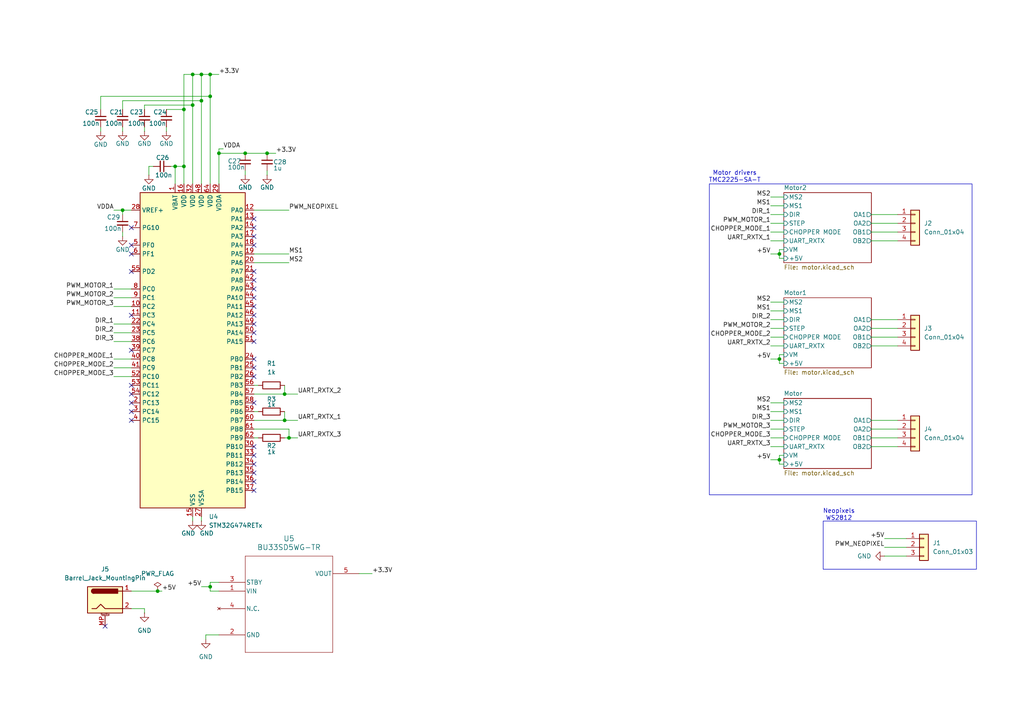
<source format=kicad_sch>
(kicad_sch
	(version 20250114)
	(generator "eeschema")
	(generator_version "9.0")
	(uuid "36d3f7e8-0ea0-47ce-aa05-c602f0df039a")
	(paper "A4")
	(lib_symbols
		(symbol "BU33SD5WG-TR:BU33SD5WG-TR"
			(pin_names
				(offset 0.254)
			)
			(exclude_from_sim no)
			(in_bom yes)
			(on_board yes)
			(property "Reference" "U"
				(at 20.32 12.7 0)
				(effects
					(font
						(size 1.524 1.524)
					)
				)
			)
			(property "Value" "BU33SD5WG-TR"
				(at 20.32 10.16 0)
				(effects
					(font
						(size 1.524 1.524)
					)
				)
			)
			(property "Footprint" "SSOP5_ROM"
				(at 0 0 0)
				(effects
					(font
						(size 1.27 1.27)
						(italic yes)
					)
					(hide yes)
				)
			)
			(property "Datasheet" "BU33SD5WG-TR"
				(at 0 0 0)
				(effects
					(font
						(size 1.27 1.27)
						(italic yes)
					)
					(hide yes)
				)
			)
			(property "Description" ""
				(at 0 0 0)
				(effects
					(font
						(size 1.27 1.27)
					)
					(hide yes)
				)
			)
			(property "ki_locked" ""
				(at 0 0 0)
				(effects
					(font
						(size 1.27 1.27)
					)
				)
			)
			(property "ki_keywords" "BU33SD5WG-TR"
				(at 0 0 0)
				(effects
					(font
						(size 1.27 1.27)
					)
					(hide yes)
				)
			)
			(property "ki_fp_filters" "SSOP5_ROM SSOP5_ROM-M SSOP5_ROM-L"
				(at 0 0 0)
				(effects
					(font
						(size 1.27 1.27)
					)
					(hide yes)
				)
			)
			(symbol "BU33SD5WG-TR_0_1"
				(polyline
					(pts
						(xy 7.62 7.62) (xy 7.62 -20.32)
					)
					(stroke
						(width 0.127)
						(type default)
					)
					(fill
						(type none)
					)
				)
				(polyline
					(pts
						(xy 7.62 -20.32) (xy 33.02 -20.32)
					)
					(stroke
						(width 0.127)
						(type default)
					)
					(fill
						(type none)
					)
				)
				(polyline
					(pts
						(xy 33.02 7.62) (xy 7.62 7.62)
					)
					(stroke
						(width 0.127)
						(type default)
					)
					(fill
						(type none)
					)
				)
				(polyline
					(pts
						(xy 33.02 -20.32) (xy 33.02 7.62)
					)
					(stroke
						(width 0.127)
						(type default)
					)
					(fill
						(type none)
					)
				)
				(pin unspecified line
					(at 0 0 0)
					(length 7.62)
					(name "STBY"
						(effects
							(font
								(size 1.27 1.27)
							)
						)
					)
					(number "3"
						(effects
							(font
								(size 1.27 1.27)
							)
						)
					)
				)
				(pin unspecified line
					(at 0 -2.54 0)
					(length 7.62)
					(name "VIN"
						(effects
							(font
								(size 1.27 1.27)
							)
						)
					)
					(number "1"
						(effects
							(font
								(size 1.27 1.27)
							)
						)
					)
				)
				(pin no_connect line
					(at 0 -7.62 0)
					(length 7.62)
					(name "N.C."
						(effects
							(font
								(size 1.27 1.27)
							)
						)
					)
					(number "4"
						(effects
							(font
								(size 1.27 1.27)
							)
						)
					)
				)
				(pin power_out line
					(at 0 -15.24 0)
					(length 7.62)
					(name "GND"
						(effects
							(font
								(size 1.27 1.27)
							)
						)
					)
					(number "2"
						(effects
							(font
								(size 1.27 1.27)
							)
						)
					)
				)
				(pin output line
					(at 40.64 2.54 180)
					(length 7.62)
					(name "VOUT"
						(effects
							(font
								(size 1.27 1.27)
							)
						)
					)
					(number "5"
						(effects
							(font
								(size 1.27 1.27)
							)
						)
					)
				)
			)
			(embedded_fonts no)
		)
		(symbol "Connector:Barrel_Jack_MountingPin"
			(pin_names
				(hide yes)
			)
			(exclude_from_sim no)
			(in_bom yes)
			(on_board yes)
			(property "Reference" "J"
				(at 0 5.334 0)
				(effects
					(font
						(size 1.27 1.27)
					)
				)
			)
			(property "Value" "Barrel_Jack_MountingPin"
				(at 1.27 -6.35 0)
				(effects
					(font
						(size 1.27 1.27)
					)
					(justify left)
				)
			)
			(property "Footprint" ""
				(at 1.27 -1.016 0)
				(effects
					(font
						(size 1.27 1.27)
					)
					(hide yes)
				)
			)
			(property "Datasheet" "~"
				(at 1.27 -1.016 0)
				(effects
					(font
						(size 1.27 1.27)
					)
					(hide yes)
				)
			)
			(property "Description" "DC Barrel Jack with a mounting pin"
				(at 0 0 0)
				(effects
					(font
						(size 1.27 1.27)
					)
					(hide yes)
				)
			)
			(property "ki_keywords" "DC power barrel jack connector"
				(at 0 0 0)
				(effects
					(font
						(size 1.27 1.27)
					)
					(hide yes)
				)
			)
			(property "ki_fp_filters" "BarrelJack*"
				(at 0 0 0)
				(effects
					(font
						(size 1.27 1.27)
					)
					(hide yes)
				)
			)
			(symbol "Barrel_Jack_MountingPin_0_1"
				(rectangle
					(start -5.08 3.81)
					(end 5.08 -3.81)
					(stroke
						(width 0.254)
						(type default)
					)
					(fill
						(type background)
					)
				)
				(polyline
					(pts
						(xy -3.81 -2.54) (xy -2.54 -2.54) (xy -1.27 -1.27) (xy 0 -2.54) (xy 2.54 -2.54) (xy 5.08 -2.54)
					)
					(stroke
						(width 0.254)
						(type default)
					)
					(fill
						(type none)
					)
				)
				(arc
					(start -3.302 1.905)
					(mid -3.9343 2.54)
					(end -3.302 3.175)
					(stroke
						(width 0.254)
						(type default)
					)
					(fill
						(type none)
					)
				)
				(arc
					(start -3.302 1.905)
					(mid -3.9343 2.54)
					(end -3.302 3.175)
					(stroke
						(width 0.254)
						(type default)
					)
					(fill
						(type outline)
					)
				)
				(rectangle
					(start 3.683 3.175)
					(end -3.302 1.905)
					(stroke
						(width 0.254)
						(type default)
					)
					(fill
						(type outline)
					)
				)
				(polyline
					(pts
						(xy 5.08 2.54) (xy 3.81 2.54)
					)
					(stroke
						(width 0.254)
						(type default)
					)
					(fill
						(type none)
					)
				)
			)
			(symbol "Barrel_Jack_MountingPin_1_1"
				(polyline
					(pts
						(xy -1.016 -4.572) (xy 1.016 -4.572)
					)
					(stroke
						(width 0.1524)
						(type default)
					)
					(fill
						(type none)
					)
				)
				(text "Mounting"
					(at 0 -4.191 0)
					(effects
						(font
							(size 0.381 0.381)
						)
					)
				)
				(pin passive line
					(at 0 -7.62 90)
					(length 3.048)
					(name "MountPin"
						(effects
							(font
								(size 1.27 1.27)
							)
						)
					)
					(number "MP"
						(effects
							(font
								(size 1.27 1.27)
							)
						)
					)
				)
				(pin passive line
					(at 7.62 2.54 180)
					(length 2.54)
					(name "~"
						(effects
							(font
								(size 1.27 1.27)
							)
						)
					)
					(number "1"
						(effects
							(font
								(size 1.27 1.27)
							)
						)
					)
				)
				(pin passive line
					(at 7.62 -2.54 180)
					(length 2.54)
					(name "~"
						(effects
							(font
								(size 1.27 1.27)
							)
						)
					)
					(number "2"
						(effects
							(font
								(size 1.27 1.27)
							)
						)
					)
				)
			)
			(embedded_fonts no)
		)
		(symbol "Connector_Generic:Conn_01x03"
			(pin_names
				(offset 1.016)
				(hide yes)
			)
			(exclude_from_sim no)
			(in_bom yes)
			(on_board yes)
			(property "Reference" "J"
				(at 0 5.08 0)
				(effects
					(font
						(size 1.27 1.27)
					)
				)
			)
			(property "Value" "Conn_01x03"
				(at 0 -5.08 0)
				(effects
					(font
						(size 1.27 1.27)
					)
				)
			)
			(property "Footprint" ""
				(at 0 0 0)
				(effects
					(font
						(size 1.27 1.27)
					)
					(hide yes)
				)
			)
			(property "Datasheet" "~"
				(at 0 0 0)
				(effects
					(font
						(size 1.27 1.27)
					)
					(hide yes)
				)
			)
			(property "Description" "Generic connector, single row, 01x03, script generated (kicad-library-utils/schlib/autogen/connector/)"
				(at 0 0 0)
				(effects
					(font
						(size 1.27 1.27)
					)
					(hide yes)
				)
			)
			(property "ki_keywords" "connector"
				(at 0 0 0)
				(effects
					(font
						(size 1.27 1.27)
					)
					(hide yes)
				)
			)
			(property "ki_fp_filters" "Connector*:*_1x??_*"
				(at 0 0 0)
				(effects
					(font
						(size 1.27 1.27)
					)
					(hide yes)
				)
			)
			(symbol "Conn_01x03_1_1"
				(rectangle
					(start -1.27 3.81)
					(end 1.27 -3.81)
					(stroke
						(width 0.254)
						(type default)
					)
					(fill
						(type background)
					)
				)
				(rectangle
					(start -1.27 2.667)
					(end 0 2.413)
					(stroke
						(width 0.1524)
						(type default)
					)
					(fill
						(type none)
					)
				)
				(rectangle
					(start -1.27 0.127)
					(end 0 -0.127)
					(stroke
						(width 0.1524)
						(type default)
					)
					(fill
						(type none)
					)
				)
				(rectangle
					(start -1.27 -2.413)
					(end 0 -2.667)
					(stroke
						(width 0.1524)
						(type default)
					)
					(fill
						(type none)
					)
				)
				(pin passive line
					(at -5.08 2.54 0)
					(length 3.81)
					(name "Pin_1"
						(effects
							(font
								(size 1.27 1.27)
							)
						)
					)
					(number "1"
						(effects
							(font
								(size 1.27 1.27)
							)
						)
					)
				)
				(pin passive line
					(at -5.08 0 0)
					(length 3.81)
					(name "Pin_2"
						(effects
							(font
								(size 1.27 1.27)
							)
						)
					)
					(number "2"
						(effects
							(font
								(size 1.27 1.27)
							)
						)
					)
				)
				(pin passive line
					(at -5.08 -2.54 0)
					(length 3.81)
					(name "Pin_3"
						(effects
							(font
								(size 1.27 1.27)
							)
						)
					)
					(number "3"
						(effects
							(font
								(size 1.27 1.27)
							)
						)
					)
				)
			)
			(embedded_fonts no)
		)
		(symbol "Connector_Generic:Conn_01x04"
			(pin_names
				(offset 1.016)
				(hide yes)
			)
			(exclude_from_sim no)
			(in_bom yes)
			(on_board yes)
			(property "Reference" "J"
				(at 0 5.08 0)
				(effects
					(font
						(size 1.27 1.27)
					)
				)
			)
			(property "Value" "Conn_01x04"
				(at 0 -7.62 0)
				(effects
					(font
						(size 1.27 1.27)
					)
				)
			)
			(property "Footprint" ""
				(at 0 0 0)
				(effects
					(font
						(size 1.27 1.27)
					)
					(hide yes)
				)
			)
			(property "Datasheet" "~"
				(at 0 0 0)
				(effects
					(font
						(size 1.27 1.27)
					)
					(hide yes)
				)
			)
			(property "Description" "Generic connector, single row, 01x04, script generated (kicad-library-utils/schlib/autogen/connector/)"
				(at 0 0 0)
				(effects
					(font
						(size 1.27 1.27)
					)
					(hide yes)
				)
			)
			(property "ki_keywords" "connector"
				(at 0 0 0)
				(effects
					(font
						(size 1.27 1.27)
					)
					(hide yes)
				)
			)
			(property "ki_fp_filters" "Connector*:*_1x??_*"
				(at 0 0 0)
				(effects
					(font
						(size 1.27 1.27)
					)
					(hide yes)
				)
			)
			(symbol "Conn_01x04_1_1"
				(rectangle
					(start -1.27 3.81)
					(end 1.27 -6.35)
					(stroke
						(width 0.254)
						(type default)
					)
					(fill
						(type background)
					)
				)
				(rectangle
					(start -1.27 2.667)
					(end 0 2.413)
					(stroke
						(width 0.1524)
						(type default)
					)
					(fill
						(type none)
					)
				)
				(rectangle
					(start -1.27 0.127)
					(end 0 -0.127)
					(stroke
						(width 0.1524)
						(type default)
					)
					(fill
						(type none)
					)
				)
				(rectangle
					(start -1.27 -2.413)
					(end 0 -2.667)
					(stroke
						(width 0.1524)
						(type default)
					)
					(fill
						(type none)
					)
				)
				(rectangle
					(start -1.27 -4.953)
					(end 0 -5.207)
					(stroke
						(width 0.1524)
						(type default)
					)
					(fill
						(type none)
					)
				)
				(pin passive line
					(at -5.08 2.54 0)
					(length 3.81)
					(name "Pin_1"
						(effects
							(font
								(size 1.27 1.27)
							)
						)
					)
					(number "1"
						(effects
							(font
								(size 1.27 1.27)
							)
						)
					)
				)
				(pin passive line
					(at -5.08 0 0)
					(length 3.81)
					(name "Pin_2"
						(effects
							(font
								(size 1.27 1.27)
							)
						)
					)
					(number "2"
						(effects
							(font
								(size 1.27 1.27)
							)
						)
					)
				)
				(pin passive line
					(at -5.08 -2.54 0)
					(length 3.81)
					(name "Pin_3"
						(effects
							(font
								(size 1.27 1.27)
							)
						)
					)
					(number "3"
						(effects
							(font
								(size 1.27 1.27)
							)
						)
					)
				)
				(pin passive line
					(at -5.08 -5.08 0)
					(length 3.81)
					(name "Pin_4"
						(effects
							(font
								(size 1.27 1.27)
							)
						)
					)
					(number "4"
						(effects
							(font
								(size 1.27 1.27)
							)
						)
					)
				)
			)
			(embedded_fonts no)
		)
		(symbol "Device:C_Small"
			(pin_numbers
				(hide yes)
			)
			(pin_names
				(offset 0.254)
				(hide yes)
			)
			(exclude_from_sim no)
			(in_bom yes)
			(on_board yes)
			(property "Reference" "C"
				(at 0.254 1.778 0)
				(effects
					(font
						(size 1.27 1.27)
					)
					(justify left)
				)
			)
			(property "Value" "C_Small"
				(at 0.254 -2.032 0)
				(effects
					(font
						(size 1.27 1.27)
					)
					(justify left)
				)
			)
			(property "Footprint" ""
				(at 0 0 0)
				(effects
					(font
						(size 1.27 1.27)
					)
					(hide yes)
				)
			)
			(property "Datasheet" "~"
				(at 0 0 0)
				(effects
					(font
						(size 1.27 1.27)
					)
					(hide yes)
				)
			)
			(property "Description" "Unpolarized capacitor, small symbol"
				(at 0 0 0)
				(effects
					(font
						(size 1.27 1.27)
					)
					(hide yes)
				)
			)
			(property "ki_keywords" "capacitor cap"
				(at 0 0 0)
				(effects
					(font
						(size 1.27 1.27)
					)
					(hide yes)
				)
			)
			(property "ki_fp_filters" "C_*"
				(at 0 0 0)
				(effects
					(font
						(size 1.27 1.27)
					)
					(hide yes)
				)
			)
			(symbol "C_Small_0_1"
				(polyline
					(pts
						(xy -1.524 0.508) (xy 1.524 0.508)
					)
					(stroke
						(width 0.3048)
						(type default)
					)
					(fill
						(type none)
					)
				)
				(polyline
					(pts
						(xy -1.524 -0.508) (xy 1.524 -0.508)
					)
					(stroke
						(width 0.3302)
						(type default)
					)
					(fill
						(type none)
					)
				)
			)
			(symbol "C_Small_1_1"
				(pin passive line
					(at 0 2.54 270)
					(length 2.032)
					(name "~"
						(effects
							(font
								(size 1.27 1.27)
							)
						)
					)
					(number "1"
						(effects
							(font
								(size 1.27 1.27)
							)
						)
					)
				)
				(pin passive line
					(at 0 -2.54 90)
					(length 2.032)
					(name "~"
						(effects
							(font
								(size 1.27 1.27)
							)
						)
					)
					(number "2"
						(effects
							(font
								(size 1.27 1.27)
							)
						)
					)
				)
			)
			(embedded_fonts no)
		)
		(symbol "Device:R"
			(pin_numbers
				(hide yes)
			)
			(pin_names
				(offset 0)
			)
			(exclude_from_sim no)
			(in_bom yes)
			(on_board yes)
			(property "Reference" "R"
				(at 2.032 0 90)
				(effects
					(font
						(size 1.27 1.27)
					)
				)
			)
			(property "Value" "R"
				(at 0 0 90)
				(effects
					(font
						(size 1.27 1.27)
					)
				)
			)
			(property "Footprint" ""
				(at -1.778 0 90)
				(effects
					(font
						(size 1.27 1.27)
					)
					(hide yes)
				)
			)
			(property "Datasheet" "~"
				(at 0 0 0)
				(effects
					(font
						(size 1.27 1.27)
					)
					(hide yes)
				)
			)
			(property "Description" "Resistor"
				(at 0 0 0)
				(effects
					(font
						(size 1.27 1.27)
					)
					(hide yes)
				)
			)
			(property "ki_keywords" "R res resistor"
				(at 0 0 0)
				(effects
					(font
						(size 1.27 1.27)
					)
					(hide yes)
				)
			)
			(property "ki_fp_filters" "R_*"
				(at 0 0 0)
				(effects
					(font
						(size 1.27 1.27)
					)
					(hide yes)
				)
			)
			(symbol "R_0_1"
				(rectangle
					(start -1.016 -2.54)
					(end 1.016 2.54)
					(stroke
						(width 0.254)
						(type default)
					)
					(fill
						(type none)
					)
				)
			)
			(symbol "R_1_1"
				(pin passive line
					(at 0 3.81 270)
					(length 1.27)
					(name "~"
						(effects
							(font
								(size 1.27 1.27)
							)
						)
					)
					(number "1"
						(effects
							(font
								(size 1.27 1.27)
							)
						)
					)
				)
				(pin passive line
					(at 0 -3.81 90)
					(length 1.27)
					(name "~"
						(effects
							(font
								(size 1.27 1.27)
							)
						)
					)
					(number "2"
						(effects
							(font
								(size 1.27 1.27)
							)
						)
					)
				)
			)
			(embedded_fonts no)
		)
		(symbol "MCU_ST_STM32G4:STM32G474RETx"
			(exclude_from_sim no)
			(in_bom yes)
			(on_board yes)
			(property "Reference" "U"
				(at -15.24 46.99 0)
				(effects
					(font
						(size 1.27 1.27)
					)
					(justify left)
				)
			)
			(property "Value" "STM32G474RETx"
				(at 10.16 46.99 0)
				(effects
					(font
						(size 1.27 1.27)
					)
					(justify left)
				)
			)
			(property "Footprint" "Package_QFP:LQFP-64_10x10mm_P0.5mm"
				(at -15.24 -45.72 0)
				(effects
					(font
						(size 1.27 1.27)
					)
					(justify right)
					(hide yes)
				)
			)
			(property "Datasheet" "https://www.st.com/resource/en/datasheet/stm32g474re.pdf"
				(at 0 0 0)
				(effects
					(font
						(size 1.27 1.27)
					)
					(hide yes)
				)
			)
			(property "Description" "STMicroelectronics Arm Cortex-M4 MCU, 512KB flash, 128KB RAM, 170 MHz, 1.71-3.6V, 52 GPIO, LQFP64"
				(at 0 0 0)
				(effects
					(font
						(size 1.27 1.27)
					)
					(hide yes)
				)
			)
			(property "ki_keywords" "Arm Cortex-M4 STM32G4 STM32G4x4"
				(at 0 0 0)
				(effects
					(font
						(size 1.27 1.27)
					)
					(hide yes)
				)
			)
			(property "ki_fp_filters" "LQFP*10x10mm*P0.5mm*"
				(at 0 0 0)
				(effects
					(font
						(size 1.27 1.27)
					)
					(hide yes)
				)
			)
			(symbol "STM32G474RETx_0_1"
				(rectangle
					(start -15.24 -45.72)
					(end 15.24 45.72)
					(stroke
						(width 0.254)
						(type default)
					)
					(fill
						(type background)
					)
				)
			)
			(symbol "STM32G474RETx_1_1"
				(pin input line
					(at -17.78 40.64 0)
					(length 2.54)
					(name "VREF+"
						(effects
							(font
								(size 1.27 1.27)
							)
						)
					)
					(number "28"
						(effects
							(font
								(size 1.27 1.27)
							)
						)
					)
					(alternate "VREFBUF_OUT" bidirectional line)
				)
				(pin bidirectional line
					(at -17.78 35.56 0)
					(length 2.54)
					(name "PG10"
						(effects
							(font
								(size 1.27 1.27)
							)
						)
					)
					(number "7"
						(effects
							(font
								(size 1.27 1.27)
							)
						)
					)
					(alternate "DAC1_EXTI10" bidirectional line)
					(alternate "DAC2_EXTI10" bidirectional line)
					(alternate "DAC3_EXTI10" bidirectional line)
					(alternate "DAC4_EXTI10" bidirectional line)
					(alternate "RCC_MCO" bidirectional line)
				)
				(pin bidirectional line
					(at -17.78 30.48 0)
					(length 2.54)
					(name "PF0"
						(effects
							(font
								(size 1.27 1.27)
							)
						)
					)
					(number "5"
						(effects
							(font
								(size 1.27 1.27)
							)
						)
					)
					(alternate "ADC1_IN10" bidirectional line)
					(alternate "I2C2_SDA" bidirectional line)
					(alternate "I2S2_WS" bidirectional line)
					(alternate "RCC_OSC_IN" bidirectional line)
					(alternate "SPI2_NSS" bidirectional line)
					(alternate "TIM1_CH3N" bidirectional line)
				)
				(pin bidirectional line
					(at -17.78 27.94 0)
					(length 2.54)
					(name "PF1"
						(effects
							(font
								(size 1.27 1.27)
							)
						)
					)
					(number "6"
						(effects
							(font
								(size 1.27 1.27)
							)
						)
					)
					(alternate "ADC2_IN10" bidirectional line)
					(alternate "COMP3_INM" bidirectional line)
					(alternate "I2S2_CK" bidirectional line)
					(alternate "RCC_OSC_OUT" bidirectional line)
					(alternate "SPI2_SCK" bidirectional line)
				)
				(pin bidirectional line
					(at -17.78 22.86 0)
					(length 2.54)
					(name "PD2"
						(effects
							(font
								(size 1.27 1.27)
							)
						)
					)
					(number "55"
						(effects
							(font
								(size 1.27 1.27)
							)
						)
					)
					(alternate "ADC3_EXTI2" bidirectional line)
					(alternate "ADC4_EXTI2" bidirectional line)
					(alternate "ADC5_EXTI2" bidirectional line)
					(alternate "TIM3_ETR" bidirectional line)
					(alternate "TIM8_BKIN" bidirectional line)
					(alternate "UART5_RX" bidirectional line)
				)
				(pin bidirectional line
					(at -17.78 17.78 0)
					(length 2.54)
					(name "PC0"
						(effects
							(font
								(size 1.27 1.27)
							)
						)
					)
					(number "8"
						(effects
							(font
								(size 1.27 1.27)
							)
						)
					)
					(alternate "ADC1_IN6" bidirectional line)
					(alternate "ADC2_IN6" bidirectional line)
					(alternate "COMP3_INM" bidirectional line)
					(alternate "LPTIM1_IN1" bidirectional line)
					(alternate "LPUART1_RX" bidirectional line)
					(alternate "TIM1_CH1" bidirectional line)
				)
				(pin bidirectional line
					(at -17.78 15.24 0)
					(length 2.54)
					(name "PC1"
						(effects
							(font
								(size 1.27 1.27)
							)
						)
					)
					(number "9"
						(effects
							(font
								(size 1.27 1.27)
							)
						)
					)
					(alternate "ADC1_IN7" bidirectional line)
					(alternate "ADC2_IN7" bidirectional line)
					(alternate "COMP3_INP" bidirectional line)
					(alternate "LPTIM1_OUT" bidirectional line)
					(alternate "LPUART1_TX" bidirectional line)
					(alternate "QUADSPI1_BK2_IO0" bidirectional line)
					(alternate "SAI1_SD_A" bidirectional line)
					(alternate "TIM1_CH2" bidirectional line)
				)
				(pin bidirectional line
					(at -17.78 12.7 0)
					(length 2.54)
					(name "PC2"
						(effects
							(font
								(size 1.27 1.27)
							)
						)
					)
					(number "10"
						(effects
							(font
								(size 1.27 1.27)
							)
						)
					)
					(alternate "ADC1_IN8" bidirectional line)
					(alternate "ADC2_IN8" bidirectional line)
					(alternate "ADC3_EXTI2" bidirectional line)
					(alternate "ADC4_EXTI2" bidirectional line)
					(alternate "ADC5_EXTI2" bidirectional line)
					(alternate "COMP3_OUT" bidirectional line)
					(alternate "LPTIM1_IN2" bidirectional line)
					(alternate "QUADSPI1_BK2_IO1" bidirectional line)
					(alternate "TIM1_CH3" bidirectional line)
					(alternate "TIM20_CH2" bidirectional line)
				)
				(pin bidirectional line
					(at -17.78 10.16 0)
					(length 2.54)
					(name "PC3"
						(effects
							(font
								(size 1.27 1.27)
							)
						)
					)
					(number "11"
						(effects
							(font
								(size 1.27 1.27)
							)
						)
					)
					(alternate "ADC1_IN9" bidirectional line)
					(alternate "ADC2_IN9" bidirectional line)
					(alternate "ADC3_EXTI3" bidirectional line)
					(alternate "ADC4_EXTI3" bidirectional line)
					(alternate "ADC5_EXTI3" bidirectional line)
					(alternate "LPTIM1_ETR" bidirectional line)
					(alternate "OPAMP5_VINP" bidirectional line)
					(alternate "OPAMP5_VINP_SEC" bidirectional line)
					(alternate "QUADSPI1_BK2_IO2" bidirectional line)
					(alternate "SAI1_D1" bidirectional line)
					(alternate "SAI1_SD_A" bidirectional line)
					(alternate "TIM1_BKIN2" bidirectional line)
					(alternate "TIM1_CH4" bidirectional line)
				)
				(pin bidirectional line
					(at -17.78 7.62 0)
					(length 2.54)
					(name "PC4"
						(effects
							(font
								(size 1.27 1.27)
							)
						)
					)
					(number "22"
						(effects
							(font
								(size 1.27 1.27)
							)
						)
					)
					(alternate "ADC2_IN5" bidirectional line)
					(alternate "I2C2_SCL" bidirectional line)
					(alternate "QUADSPI1_BK2_IO3" bidirectional line)
					(alternate "TIM1_ETR" bidirectional line)
					(alternate "USART1_TX" bidirectional line)
				)
				(pin bidirectional line
					(at -17.78 5.08 0)
					(length 2.54)
					(name "PC5"
						(effects
							(font
								(size 1.27 1.27)
							)
						)
					)
					(number "23"
						(effects
							(font
								(size 1.27 1.27)
							)
						)
					)
					(alternate "ADC2_IN11" bidirectional line)
					(alternate "HRTIM1_EEV10" bidirectional line)
					(alternate "OPAMP1_VINM" bidirectional line)
					(alternate "OPAMP1_VINM1" bidirectional line)
					(alternate "OPAMP1_VINM_SEC" bidirectional line)
					(alternate "OPAMP2_VINM" bidirectional line)
					(alternate "OPAMP2_VINM1" bidirectional line)
					(alternate "OPAMP2_VINM_SEC" bidirectional line)
					(alternate "SAI1_D3" bidirectional line)
					(alternate "SYS_WKUP5" bidirectional line)
					(alternate "TIM15_BKIN" bidirectional line)
					(alternate "TIM1_CH4N" bidirectional line)
					(alternate "USART1_RX" bidirectional line)
				)
				(pin bidirectional line
					(at -17.78 2.54 0)
					(length 2.54)
					(name "PC6"
						(effects
							(font
								(size 1.27 1.27)
							)
						)
					)
					(number "38"
						(effects
							(font
								(size 1.27 1.27)
							)
						)
					)
					(alternate "COMP6_OUT" bidirectional line)
					(alternate "HRTIM1_CHF1" bidirectional line)
					(alternate "HRTIM1_EEV10" bidirectional line)
					(alternate "I2C4_SCL" bidirectional line)
					(alternate "I2S2_MCK" bidirectional line)
					(alternate "TIM3_CH1" bidirectional line)
					(alternate "TIM8_CH1" bidirectional line)
				)
				(pin bidirectional line
					(at -17.78 0 0)
					(length 2.54)
					(name "PC7"
						(effects
							(font
								(size 1.27 1.27)
							)
						)
					)
					(number "39"
						(effects
							(font
								(size 1.27 1.27)
							)
						)
					)
					(alternate "COMP5_OUT" bidirectional line)
					(alternate "HRTIM1_CHF2" bidirectional line)
					(alternate "HRTIM1_FLT5" bidirectional line)
					(alternate "I2C4_SDA" bidirectional line)
					(alternate "I2S3_MCK" bidirectional line)
					(alternate "TIM3_CH2" bidirectional line)
					(alternate "TIM8_CH2" bidirectional line)
				)
				(pin bidirectional line
					(at -17.78 -2.54 0)
					(length 2.54)
					(name "PC8"
						(effects
							(font
								(size 1.27 1.27)
							)
						)
					)
					(number "40"
						(effects
							(font
								(size 1.27 1.27)
							)
						)
					)
					(alternate "COMP7_OUT" bidirectional line)
					(alternate "HRTIM1_CHE1" bidirectional line)
					(alternate "I2C3_SCL" bidirectional line)
					(alternate "TIM20_CH3" bidirectional line)
					(alternate "TIM3_CH3" bidirectional line)
					(alternate "TIM8_CH3" bidirectional line)
				)
				(pin bidirectional line
					(at -17.78 -5.08 0)
					(length 2.54)
					(name "PC9"
						(effects
							(font
								(size 1.27 1.27)
							)
						)
					)
					(number "41"
						(effects
							(font
								(size 1.27 1.27)
							)
						)
					)
					(alternate "DAC1_EXTI9" bidirectional line)
					(alternate "DAC2_EXTI9" bidirectional line)
					(alternate "DAC3_EXTI9" bidirectional line)
					(alternate "DAC4_EXTI9" bidirectional line)
					(alternate "HRTIM1_CHE2" bidirectional line)
					(alternate "I2C3_SDA" bidirectional line)
					(alternate "I2S_CKIN" bidirectional line)
					(alternate "TIM3_CH4" bidirectional line)
					(alternate "TIM8_BKIN2" bidirectional line)
					(alternate "TIM8_CH4" bidirectional line)
				)
				(pin bidirectional line
					(at -17.78 -7.62 0)
					(length 2.54)
					(name "PC10"
						(effects
							(font
								(size 1.27 1.27)
							)
						)
					)
					(number "52"
						(effects
							(font
								(size 1.27 1.27)
							)
						)
					)
					(alternate "DAC1_EXTI10" bidirectional line)
					(alternate "DAC2_EXTI10" bidirectional line)
					(alternate "DAC3_EXTI10" bidirectional line)
					(alternate "DAC4_EXTI10" bidirectional line)
					(alternate "HRTIM1_FLT6" bidirectional line)
					(alternate "I2S3_CK" bidirectional line)
					(alternate "SPI3_SCK" bidirectional line)
					(alternate "TIM8_CH1N" bidirectional line)
					(alternate "UART4_TX" bidirectional line)
					(alternate "USART3_TX" bidirectional line)
				)
				(pin bidirectional line
					(at -17.78 -10.16 0)
					(length 2.54)
					(name "PC11"
						(effects
							(font
								(size 1.27 1.27)
							)
						)
					)
					(number "53"
						(effects
							(font
								(size 1.27 1.27)
							)
						)
					)
					(alternate "ADC1_EXTI11" bidirectional line)
					(alternate "ADC2_EXTI11" bidirectional line)
					(alternate "HRTIM1_EEV2" bidirectional line)
					(alternate "I2C3_SDA" bidirectional line)
					(alternate "SPI3_MISO" bidirectional line)
					(alternate "TIM8_CH2N" bidirectional line)
					(alternate "UART4_RX" bidirectional line)
					(alternate "USART3_RX" bidirectional line)
				)
				(pin bidirectional line
					(at -17.78 -12.7 0)
					(length 2.54)
					(name "PC12"
						(effects
							(font
								(size 1.27 1.27)
							)
						)
					)
					(number "54"
						(effects
							(font
								(size 1.27 1.27)
							)
						)
					)
					(alternate "HRTIM1_EEV1" bidirectional line)
					(alternate "I2S3_SD" bidirectional line)
					(alternate "SPI3_MOSI" bidirectional line)
					(alternate "TIM5_CH2" bidirectional line)
					(alternate "TIM8_CH3N" bidirectional line)
					(alternate "UART5_TX" bidirectional line)
					(alternate "UCPD1_FRSTX1" bidirectional line)
					(alternate "UCPD1_FRSTX2" bidirectional line)
					(alternate "USART3_CK" bidirectional line)
				)
				(pin bidirectional line
					(at -17.78 -15.24 0)
					(length 2.54)
					(name "PC13"
						(effects
							(font
								(size 1.27 1.27)
							)
						)
					)
					(number "2"
						(effects
							(font
								(size 1.27 1.27)
							)
						)
					)
					(alternate "RTC_OUT1" bidirectional line)
					(alternate "RTC_TAMP1" bidirectional line)
					(alternate "RTC_TS" bidirectional line)
					(alternate "SYS_WKUP2" bidirectional line)
					(alternate "TIM1_BKIN" bidirectional line)
					(alternate "TIM1_CH1N" bidirectional line)
					(alternate "TIM8_CH4N" bidirectional line)
				)
				(pin bidirectional line
					(at -17.78 -17.78 0)
					(length 2.54)
					(name "PC14"
						(effects
							(font
								(size 1.27 1.27)
							)
						)
					)
					(number "3"
						(effects
							(font
								(size 1.27 1.27)
							)
						)
					)
					(alternate "RCC_OSC32_IN" bidirectional line)
				)
				(pin bidirectional line
					(at -17.78 -20.32 0)
					(length 2.54)
					(name "PC15"
						(effects
							(font
								(size 1.27 1.27)
							)
						)
					)
					(number "4"
						(effects
							(font
								(size 1.27 1.27)
							)
						)
					)
					(alternate "ADC1_EXTI15" bidirectional line)
					(alternate "ADC2_EXTI15" bidirectional line)
					(alternate "RCC_OSC32_OUT" bidirectional line)
				)
				(pin power_in line
					(at -5.08 48.26 270)
					(length 2.54)
					(name "VBAT"
						(effects
							(font
								(size 1.27 1.27)
							)
						)
					)
					(number "1"
						(effects
							(font
								(size 1.27 1.27)
							)
						)
					)
				)
				(pin power_in line
					(at -2.54 48.26 270)
					(length 2.54)
					(name "VDD"
						(effects
							(font
								(size 1.27 1.27)
							)
						)
					)
					(number "16"
						(effects
							(font
								(size 1.27 1.27)
							)
						)
					)
				)
				(pin power_in line
					(at 0 48.26 270)
					(length 2.54)
					(name "VDD"
						(effects
							(font
								(size 1.27 1.27)
							)
						)
					)
					(number "32"
						(effects
							(font
								(size 1.27 1.27)
							)
						)
					)
				)
				(pin power_in line
					(at 0 -48.26 90)
					(length 2.54)
					(name "VSS"
						(effects
							(font
								(size 1.27 1.27)
							)
						)
					)
					(number "15"
						(effects
							(font
								(size 1.27 1.27)
							)
						)
					)
				)
				(pin passive line
					(at 0 -48.26 90)
					(length 2.54)
					(hide yes)
					(name "VSS"
						(effects
							(font
								(size 1.27 1.27)
							)
						)
					)
					(number "31"
						(effects
							(font
								(size 1.27 1.27)
							)
						)
					)
				)
				(pin passive line
					(at 0 -48.26 90)
					(length 2.54)
					(hide yes)
					(name "VSS"
						(effects
							(font
								(size 1.27 1.27)
							)
						)
					)
					(number "47"
						(effects
							(font
								(size 1.27 1.27)
							)
						)
					)
				)
				(pin passive line
					(at 0 -48.26 90)
					(length 2.54)
					(hide yes)
					(name "VSS"
						(effects
							(font
								(size 1.27 1.27)
							)
						)
					)
					(number "63"
						(effects
							(font
								(size 1.27 1.27)
							)
						)
					)
				)
				(pin power_in line
					(at 2.54 48.26 270)
					(length 2.54)
					(name "VDD"
						(effects
							(font
								(size 1.27 1.27)
							)
						)
					)
					(number "48"
						(effects
							(font
								(size 1.27 1.27)
							)
						)
					)
				)
				(pin power_in line
					(at 2.54 -48.26 90)
					(length 2.54)
					(name "VSSA"
						(effects
							(font
								(size 1.27 1.27)
							)
						)
					)
					(number "27"
						(effects
							(font
								(size 1.27 1.27)
							)
						)
					)
				)
				(pin power_in line
					(at 5.08 48.26 270)
					(length 2.54)
					(name "VDD"
						(effects
							(font
								(size 1.27 1.27)
							)
						)
					)
					(number "64"
						(effects
							(font
								(size 1.27 1.27)
							)
						)
					)
				)
				(pin power_in line
					(at 7.62 48.26 270)
					(length 2.54)
					(name "VDDA"
						(effects
							(font
								(size 1.27 1.27)
							)
						)
					)
					(number "29"
						(effects
							(font
								(size 1.27 1.27)
							)
						)
					)
				)
				(pin bidirectional line
					(at 17.78 40.64 180)
					(length 2.54)
					(name "PA0"
						(effects
							(font
								(size 1.27 1.27)
							)
						)
					)
					(number "12"
						(effects
							(font
								(size 1.27 1.27)
							)
						)
					)
					(alternate "ADC1_IN1" bidirectional line)
					(alternate "ADC2_IN1" bidirectional line)
					(alternate "COMP1_INM" bidirectional line)
					(alternate "COMP1_OUT" bidirectional line)
					(alternate "COMP3_INP" bidirectional line)
					(alternate "RTC_TAMP2" bidirectional line)
					(alternate "SYS_WKUP1" bidirectional line)
					(alternate "TIM2_CH1" bidirectional line)
					(alternate "TIM2_ETR" bidirectional line)
					(alternate "TIM5_CH1" bidirectional line)
					(alternate "TIM8_BKIN" bidirectional line)
					(alternate "TIM8_ETR" bidirectional line)
					(alternate "USART2_CTS" bidirectional line)
					(alternate "USART2_NSS" bidirectional line)
				)
				(pin bidirectional line
					(at 17.78 38.1 180)
					(length 2.54)
					(name "PA1"
						(effects
							(font
								(size 1.27 1.27)
							)
						)
					)
					(number "13"
						(effects
							(font
								(size 1.27 1.27)
							)
						)
					)
					(alternate "ADC1_IN2" bidirectional line)
					(alternate "ADC2_IN2" bidirectional line)
					(alternate "COMP1_INP" bidirectional line)
					(alternate "OPAMP1_VINP" bidirectional line)
					(alternate "OPAMP1_VINP_SEC" bidirectional line)
					(alternate "OPAMP3_VINP" bidirectional line)
					(alternate "OPAMP3_VINP_SEC" bidirectional line)
					(alternate "OPAMP6_VINM" bidirectional line)
					(alternate "OPAMP6_VINM0" bidirectional line)
					(alternate "OPAMP6_VINM_SEC" bidirectional line)
					(alternate "RTC_REFIN" bidirectional line)
					(alternate "TIM15_CH1N" bidirectional line)
					(alternate "TIM2_CH2" bidirectional line)
					(alternate "TIM5_CH2" bidirectional line)
					(alternate "USART2_DE" bidirectional line)
					(alternate "USART2_RTS" bidirectional line)
				)
				(pin bidirectional line
					(at 17.78 35.56 180)
					(length 2.54)
					(name "PA2"
						(effects
							(font
								(size 1.27 1.27)
							)
						)
					)
					(number "14"
						(effects
							(font
								(size 1.27 1.27)
							)
						)
					)
					(alternate "ADC1_IN3" bidirectional line)
					(alternate "ADC3_EXTI2" bidirectional line)
					(alternate "ADC4_EXTI2" bidirectional line)
					(alternate "ADC5_EXTI2" bidirectional line)
					(alternate "COMP2_INM" bidirectional line)
					(alternate "COMP2_OUT" bidirectional line)
					(alternate "LPUART1_TX" bidirectional line)
					(alternate "OPAMP1_VOUT" bidirectional line)
					(alternate "QUADSPI1_BK1_NCS" bidirectional line)
					(alternate "RCC_LSCO" bidirectional line)
					(alternate "SYS_WKUP4" bidirectional line)
					(alternate "TIM15_CH1" bidirectional line)
					(alternate "TIM2_CH3" bidirectional line)
					(alternate "TIM5_CH3" bidirectional line)
					(alternate "UCPD1_FRSTX1" bidirectional line)
					(alternate "UCPD1_FRSTX2" bidirectional line)
					(alternate "USART2_TX" bidirectional line)
				)
				(pin bidirectional line
					(at 17.78 33.02 180)
					(length 2.54)
					(name "PA3"
						(effects
							(font
								(size 1.27 1.27)
							)
						)
					)
					(number "17"
						(effects
							(font
								(size 1.27 1.27)
							)
						)
					)
					(alternate "ADC1_IN4" bidirectional line)
					(alternate "ADC3_EXTI3" bidirectional line)
					(alternate "ADC4_EXTI3" bidirectional line)
					(alternate "ADC5_EXTI3" bidirectional line)
					(alternate "COMP2_INP" bidirectional line)
					(alternate "LPUART1_RX" bidirectional line)
					(alternate "OPAMP1_VINM" bidirectional line)
					(alternate "OPAMP1_VINM0" bidirectional line)
					(alternate "OPAMP1_VINM_SEC" bidirectional line)
					(alternate "OPAMP1_VINP" bidirectional line)
					(alternate "OPAMP1_VINP_SEC" bidirectional line)
					(alternate "OPAMP5_VINM" bidirectional line)
					(alternate "OPAMP5_VINM1" bidirectional line)
					(alternate "OPAMP5_VINM_SEC" bidirectional line)
					(alternate "QUADSPI1_CLK" bidirectional line)
					(alternate "SAI1_CK1" bidirectional line)
					(alternate "SAI1_MCLK_A" bidirectional line)
					(alternate "TIM15_CH2" bidirectional line)
					(alternate "TIM2_CH4" bidirectional line)
					(alternate "TIM5_CH4" bidirectional line)
					(alternate "USART2_RX" bidirectional line)
				)
				(pin bidirectional line
					(at 17.78 30.48 180)
					(length 2.54)
					(name "PA4"
						(effects
							(font
								(size 1.27 1.27)
							)
						)
					)
					(number "18"
						(effects
							(font
								(size 1.27 1.27)
							)
						)
					)
					(alternate "ADC2_IN17" bidirectional line)
					(alternate "COMP1_INM" bidirectional line)
					(alternate "DAC1_OUT1" bidirectional line)
					(alternate "I2S3_WS" bidirectional line)
					(alternate "SAI1_FS_B" bidirectional line)
					(alternate "SPI1_NSS" bidirectional line)
					(alternate "SPI3_NSS" bidirectional line)
					(alternate "TIM3_CH2" bidirectional line)
					(alternate "USART2_CK" bidirectional line)
				)
				(pin bidirectional line
					(at 17.78 27.94 180)
					(length 2.54)
					(name "PA5"
						(effects
							(font
								(size 1.27 1.27)
							)
						)
					)
					(number "19"
						(effects
							(font
								(size 1.27 1.27)
							)
						)
					)
					(alternate "ADC2_IN13" bidirectional line)
					(alternate "COMP2_INM" bidirectional line)
					(alternate "DAC1_OUT2" bidirectional line)
					(alternate "OPAMP2_VINM" bidirectional line)
					(alternate "OPAMP2_VINM0" bidirectional line)
					(alternate "OPAMP2_VINM_SEC" bidirectional line)
					(alternate "SPI1_SCK" bidirectional line)
					(alternate "TIM2_CH1" bidirectional line)
					(alternate "TIM2_ETR" bidirectional line)
					(alternate "UCPD1_FRSTX1" bidirectional line)
					(alternate "UCPD1_FRSTX2" bidirectional line)
				)
				(pin bidirectional line
					(at 17.78 25.4 180)
					(length 2.54)
					(name "PA6"
						(effects
							(font
								(size 1.27 1.27)
							)
						)
					)
					(number "20"
						(effects
							(font
								(size 1.27 1.27)
							)
						)
					)
					(alternate "ADC2_IN3" bidirectional line)
					(alternate "COMP1_OUT" bidirectional line)
					(alternate "DAC2_OUT1" bidirectional line)
					(alternate "LPUART1_CTS" bidirectional line)
					(alternate "OPAMP2_VOUT" bidirectional line)
					(alternate "QUADSPI1_BK1_IO3" bidirectional line)
					(alternate "SPI1_MISO" bidirectional line)
					(alternate "TIM16_CH1" bidirectional line)
					(alternate "TIM1_BKIN" bidirectional line)
					(alternate "TIM3_CH1" bidirectional line)
					(alternate "TIM8_BKIN" bidirectional line)
				)
				(pin bidirectional line
					(at 17.78 22.86 180)
					(length 2.54)
					(name "PA7"
						(effects
							(font
								(size 1.27 1.27)
							)
						)
					)
					(number "21"
						(effects
							(font
								(size 1.27 1.27)
							)
						)
					)
					(alternate "ADC2_IN4" bidirectional line)
					(alternate "COMP2_INP" bidirectional line)
					(alternate "COMP2_OUT" bidirectional line)
					(alternate "OPAMP1_VINP" bidirectional line)
					(alternate "OPAMP1_VINP_SEC" bidirectional line)
					(alternate "OPAMP2_VINP" bidirectional line)
					(alternate "OPAMP2_VINP_SEC" bidirectional line)
					(alternate "QUADSPI1_BK1_IO2" bidirectional line)
					(alternate "SPI1_MOSI" bidirectional line)
					(alternate "TIM17_CH1" bidirectional line)
					(alternate "TIM1_CH1N" bidirectional line)
					(alternate "TIM3_CH2" bidirectional line)
					(alternate "TIM8_CH1N" bidirectional line)
					(alternate "UCPD1_FRSTX1" bidirectional line)
					(alternate "UCPD1_FRSTX2" bidirectional line)
				)
				(pin bidirectional line
					(at 17.78 20.32 180)
					(length 2.54)
					(name "PA8"
						(effects
							(font
								(size 1.27 1.27)
							)
						)
					)
					(number "42"
						(effects
							(font
								(size 1.27 1.27)
							)
						)
					)
					(alternate "ADC5_IN1" bidirectional line)
					(alternate "COMP7_OUT" bidirectional line)
					(alternate "FDCAN3_RX" bidirectional line)
					(alternate "HRTIM1_CHA1" bidirectional line)
					(alternate "I2C2_SDA" bidirectional line)
					(alternate "I2C3_SCL" bidirectional line)
					(alternate "I2S2_MCK" bidirectional line)
					(alternate "OPAMP5_VOUT" bidirectional line)
					(alternate "RCC_MCO" bidirectional line)
					(alternate "SAI1_CK2" bidirectional line)
					(alternate "SAI1_SCK_A" bidirectional line)
					(alternate "TIM1_CH1" bidirectional line)
					(alternate "TIM4_ETR" bidirectional line)
					(alternate "USART1_CK" bidirectional line)
				)
				(pin bidirectional line
					(at 17.78 17.78 180)
					(length 2.54)
					(name "PA9"
						(effects
							(font
								(size 1.27 1.27)
							)
						)
					)
					(number "43"
						(effects
							(font
								(size 1.27 1.27)
							)
						)
					)
					(alternate "ADC5_IN2" bidirectional line)
					(alternate "COMP5_OUT" bidirectional line)
					(alternate "DAC1_EXTI9" bidirectional line)
					(alternate "DAC2_EXTI9" bidirectional line)
					(alternate "DAC3_EXTI9" bidirectional line)
					(alternate "DAC4_EXTI9" bidirectional line)
					(alternate "HRTIM1_CHA2" bidirectional line)
					(alternate "I2C2_SCL" bidirectional line)
					(alternate "I2C3_SMBA" bidirectional line)
					(alternate "I2S3_MCK" bidirectional line)
					(alternate "SAI1_FS_A" bidirectional line)
					(alternate "TIM15_BKIN" bidirectional line)
					(alternate "TIM1_CH2" bidirectional line)
					(alternate "TIM2_CH3" bidirectional line)
					(alternate "UCPD1_DBCC1" bidirectional line)
					(alternate "USART1_TX" bidirectional line)
				)
				(pin bidirectional line
					(at 17.78 15.24 180)
					(length 2.54)
					(name "PA10"
						(effects
							(font
								(size 1.27 1.27)
							)
						)
					)
					(number "44"
						(effects
							(font
								(size 1.27 1.27)
							)
						)
					)
					(alternate "COMP6_OUT" bidirectional line)
					(alternate "CRS_SYNC" bidirectional line)
					(alternate "DAC1_EXTI10" bidirectional line)
					(alternate "DAC2_EXTI10" bidirectional line)
					(alternate "DAC3_EXTI10" bidirectional line)
					(alternate "DAC4_EXTI10" bidirectional line)
					(alternate "HRTIM1_CHB1" bidirectional line)
					(alternate "I2C2_SMBA" bidirectional line)
					(alternate "SAI1_D1" bidirectional line)
					(alternate "SAI1_SD_A" bidirectional line)
					(alternate "SPI2_MISO" bidirectional line)
					(alternate "TIM17_BKIN" bidirectional line)
					(alternate "TIM1_CH3" bidirectional line)
					(alternate "TIM2_CH4" bidirectional line)
					(alternate "TIM8_BKIN" bidirectional line)
					(alternate "UCPD1_DBCC2" bidirectional line)
					(alternate "USART1_RX" bidirectional line)
				)
				(pin bidirectional line
					(at 17.78 12.7 180)
					(length 2.54)
					(name "PA11"
						(effects
							(font
								(size 1.27 1.27)
							)
						)
					)
					(number "45"
						(effects
							(font
								(size 1.27 1.27)
							)
						)
					)
					(alternate "ADC1_EXTI11" bidirectional line)
					(alternate "ADC2_EXTI11" bidirectional line)
					(alternate "COMP1_OUT" bidirectional line)
					(alternate "FDCAN1_RX" bidirectional line)
					(alternate "HRTIM1_CHB2" bidirectional line)
					(alternate "I2S2_SD" bidirectional line)
					(alternate "SPI2_MOSI" bidirectional line)
					(alternate "TIM1_BKIN2" bidirectional line)
					(alternate "TIM1_CH1N" bidirectional line)
					(alternate "TIM1_CH4" bidirectional line)
					(alternate "TIM4_CH1" bidirectional line)
					(alternate "USART1_CTS" bidirectional line)
					(alternate "USART1_NSS" bidirectional line)
					(alternate "USB_DM" bidirectional line)
				)
				(pin bidirectional line
					(at 17.78 10.16 180)
					(length 2.54)
					(name "PA12"
						(effects
							(font
								(size 1.27 1.27)
							)
						)
					)
					(number "46"
						(effects
							(font
								(size 1.27 1.27)
							)
						)
					)
					(alternate "COMP2_OUT" bidirectional line)
					(alternate "FDCAN1_TX" bidirectional line)
					(alternate "HRTIM1_FLT1" bidirectional line)
					(alternate "I2S_CKIN" bidirectional line)
					(alternate "TIM16_CH1" bidirectional line)
					(alternate "TIM1_CH2N" bidirectional line)
					(alternate "TIM1_ETR" bidirectional line)
					(alternate "TIM4_CH2" bidirectional line)
					(alternate "USART1_DE" bidirectional line)
					(alternate "USART1_RTS" bidirectional line)
					(alternate "USB_DP" bidirectional line)
				)
				(pin bidirectional line
					(at 17.78 7.62 180)
					(length 2.54)
					(name "PA13"
						(effects
							(font
								(size 1.27 1.27)
							)
						)
					)
					(number "49"
						(effects
							(font
								(size 1.27 1.27)
							)
						)
					)
					(alternate "I2C1_SCL" bidirectional line)
					(alternate "I2C4_SCL" bidirectional line)
					(alternate "IR_OUT" bidirectional line)
					(alternate "SAI1_SD_B" bidirectional line)
					(alternate "SYS_JTMS-SWDIO" bidirectional line)
					(alternate "TIM16_CH1N" bidirectional line)
					(alternate "TIM4_CH3" bidirectional line)
					(alternate "USART3_CTS" bidirectional line)
					(alternate "USART3_NSS" bidirectional line)
				)
				(pin bidirectional line
					(at 17.78 5.08 180)
					(length 2.54)
					(name "PA14"
						(effects
							(font
								(size 1.27 1.27)
							)
						)
					)
					(number "50"
						(effects
							(font
								(size 1.27 1.27)
							)
						)
					)
					(alternate "I2C1_SDA" bidirectional line)
					(alternate "I2C4_SMBA" bidirectional line)
					(alternate "LPTIM1_OUT" bidirectional line)
					(alternate "SAI1_FS_B" bidirectional line)
					(alternate "SYS_JTCK-SWCLK" bidirectional line)
					(alternate "TIM1_BKIN" bidirectional line)
					(alternate "TIM8_CH2" bidirectional line)
					(alternate "USART2_TX" bidirectional line)
				)
				(pin bidirectional line
					(at 17.78 2.54 180)
					(length 2.54)
					(name "PA15"
						(effects
							(font
								(size 1.27 1.27)
							)
						)
					)
					(number "51"
						(effects
							(font
								(size 1.27 1.27)
							)
						)
					)
					(alternate "ADC1_EXTI15" bidirectional line)
					(alternate "ADC2_EXTI15" bidirectional line)
					(alternate "FDCAN3_TX" bidirectional line)
					(alternate "HRTIM1_FLT2" bidirectional line)
					(alternate "I2C1_SCL" bidirectional line)
					(alternate "I2S3_WS" bidirectional line)
					(alternate "SPI1_NSS" bidirectional line)
					(alternate "SPI3_NSS" bidirectional line)
					(alternate "SYS_JTDI" bidirectional line)
					(alternate "TIM1_BKIN" bidirectional line)
					(alternate "TIM2_CH1" bidirectional line)
					(alternate "TIM2_ETR" bidirectional line)
					(alternate "TIM8_CH1" bidirectional line)
					(alternate "UART4_DE" bidirectional line)
					(alternate "UART4_RTS" bidirectional line)
					(alternate "USART2_RX" bidirectional line)
				)
				(pin bidirectional line
					(at 17.78 -2.54 180)
					(length 2.54)
					(name "PB0"
						(effects
							(font
								(size 1.27 1.27)
							)
						)
					)
					(number "24"
						(effects
							(font
								(size 1.27 1.27)
							)
						)
					)
					(alternate "ADC1_IN15" bidirectional line)
					(alternate "ADC3_IN12" bidirectional line)
					(alternate "COMP4_INP" bidirectional line)
					(alternate "HRTIM1_FLT5" bidirectional line)
					(alternate "OPAMP2_VINP" bidirectional line)
					(alternate "OPAMP2_VINP_SEC" bidirectional line)
					(alternate "OPAMP3_VINP" bidirectional line)
					(alternate "OPAMP3_VINP_SEC" bidirectional line)
					(alternate "QUADSPI1_BK1_IO1" bidirectional line)
					(alternate "TIM1_CH2N" bidirectional line)
					(alternate "TIM3_CH3" bidirectional line)
					(alternate "TIM8_CH2N" bidirectional line)
					(alternate "UCPD1_FRSTX1" bidirectional line)
					(alternate "UCPD1_FRSTX2" bidirectional line)
				)
				(pin bidirectional line
					(at 17.78 -5.08 180)
					(length 2.54)
					(name "PB1"
						(effects
							(font
								(size 1.27 1.27)
							)
						)
					)
					(number "25"
						(effects
							(font
								(size 1.27 1.27)
							)
						)
					)
					(alternate "ADC1_IN12" bidirectional line)
					(alternate "ADC3_IN1" bidirectional line)
					(alternate "COMP1_INP" bidirectional line)
					(alternate "COMP4_OUT" bidirectional line)
					(alternate "HRTIM1_SCOUT" bidirectional line)
					(alternate "LPUART1_DE" bidirectional line)
					(alternate "LPUART1_RTS" bidirectional line)
					(alternate "OPAMP3_VOUT" bidirectional line)
					(alternate "OPAMP6_VINM" bidirectional line)
					(alternate "OPAMP6_VINM1" bidirectional line)
					(alternate "OPAMP6_VINM_SEC" bidirectional line)
					(alternate "QUADSPI1_BK1_IO0" bidirectional line)
					(alternate "TIM1_CH3N" bidirectional line)
					(alternate "TIM3_CH4" bidirectional line)
					(alternate "TIM8_CH3N" bidirectional line)
				)
				(pin bidirectional line
					(at 17.78 -7.62 180)
					(length 2.54)
					(name "PB2"
						(effects
							(font
								(size 1.27 1.27)
							)
						)
					)
					(number "26"
						(effects
							(font
								(size 1.27 1.27)
							)
						)
					)
					(alternate "ADC2_IN12" bidirectional line)
					(alternate "ADC3_EXTI2" bidirectional line)
					(alternate "ADC4_EXTI2" bidirectional line)
					(alternate "ADC5_EXTI2" bidirectional line)
					(alternate "COMP4_INM" bidirectional line)
					(alternate "HRTIM1_SCIN" bidirectional line)
					(alternate "I2C3_SMBA" bidirectional line)
					(alternate "LPTIM1_OUT" bidirectional line)
					(alternate "OPAMP3_VINM" bidirectional line)
					(alternate "OPAMP3_VINM0" bidirectional line)
					(alternate "OPAMP3_VINM_SEC" bidirectional line)
					(alternate "QUADSPI1_BK2_IO1" bidirectional line)
					(alternate "RTC_OUT2" bidirectional line)
					(alternate "TIM20_CH1" bidirectional line)
					(alternate "TIM5_CH1" bidirectional line)
				)
				(pin bidirectional line
					(at 17.78 -10.16 180)
					(length 2.54)
					(name "PB3"
						(effects
							(font
								(size 1.27 1.27)
							)
						)
					)
					(number "56"
						(effects
							(font
								(size 1.27 1.27)
							)
						)
					)
					(alternate "ADC3_EXTI3" bidirectional line)
					(alternate "ADC4_EXTI3" bidirectional line)
					(alternate "ADC5_EXTI3" bidirectional line)
					(alternate "CRS_SYNC" bidirectional line)
					(alternate "FDCAN3_RX" bidirectional line)
					(alternate "HRTIM1_EEV9" bidirectional line)
					(alternate "HRTIM1_SCOUT" bidirectional line)
					(alternate "I2S3_CK" bidirectional line)
					(alternate "SAI1_SCK_B" bidirectional line)
					(alternate "SPI1_SCK" bidirectional line)
					(alternate "SPI3_SCK" bidirectional line)
					(alternate "SYS_JTDO-SWO" bidirectional line)
					(alternate "TIM2_CH2" bidirectional line)
					(alternate "TIM3_ETR" bidirectional line)
					(alternate "TIM4_ETR" bidirectional line)
					(alternate "TIM8_CH1N" bidirectional line)
					(alternate "USART2_TX" bidirectional line)
				)
				(pin bidirectional line
					(at 17.78 -12.7 180)
					(length 2.54)
					(name "PB4"
						(effects
							(font
								(size 1.27 1.27)
							)
						)
					)
					(number "57"
						(effects
							(font
								(size 1.27 1.27)
							)
						)
					)
					(alternate "FDCAN3_TX" bidirectional line)
					(alternate "HRTIM1_EEV7" bidirectional line)
					(alternate "SAI1_MCLK_B" bidirectional line)
					(alternate "SPI1_MISO" bidirectional line)
					(alternate "SPI3_MISO" bidirectional line)
					(alternate "SYS_JTRST" bidirectional line)
					(alternate "TIM16_CH1" bidirectional line)
					(alternate "TIM17_BKIN" bidirectional line)
					(alternate "TIM3_CH1" bidirectional line)
					(alternate "TIM8_CH2N" bidirectional line)
					(alternate "UART5_DE" bidirectional line)
					(alternate "UART5_RTS" bidirectional line)
					(alternate "UCPD1_CC2" bidirectional line)
					(alternate "USART2_RX" bidirectional line)
				)
				(pin bidirectional line
					(at 17.78 -15.24 180)
					(length 2.54)
					(name "PB5"
						(effects
							(font
								(size 1.27 1.27)
							)
						)
					)
					(number "58"
						(effects
							(font
								(size 1.27 1.27)
							)
						)
					)
					(alternate "FDCAN2_RX" bidirectional line)
					(alternate "HRTIM1_EEV6" bidirectional line)
					(alternate "I2C1_SMBA" bidirectional line)
					(alternate "I2C3_SDA" bidirectional line)
					(alternate "I2S3_SD" bidirectional line)
					(alternate "LPTIM1_IN1" bidirectional line)
					(alternate "SAI1_SD_B" bidirectional line)
					(alternate "SPI1_MOSI" bidirectional line)
					(alternate "SPI3_MOSI" bidirectional line)
					(alternate "TIM16_BKIN" bidirectional line)
					(alternate "TIM17_CH1" bidirectional line)
					(alternate "TIM3_CH2" bidirectional line)
					(alternate "TIM8_CH3N" bidirectional line)
					(alternate "UART5_CTS" bidirectional line)
					(alternate "USART2_CK" bidirectional line)
				)
				(pin bidirectional line
					(at 17.78 -17.78 180)
					(length 2.54)
					(name "PB6"
						(effects
							(font
								(size 1.27 1.27)
							)
						)
					)
					(number "59"
						(effects
							(font
								(size 1.27 1.27)
							)
						)
					)
					(alternate "COMP4_OUT" bidirectional line)
					(alternate "FDCAN2_TX" bidirectional line)
					(alternate "HRTIM1_EEV4" bidirectional line)
					(alternate "HRTIM1_SCIN" bidirectional line)
					(alternate "LPTIM1_ETR" bidirectional line)
					(alternate "SAI1_FS_B" bidirectional line)
					(alternate "TIM16_CH1N" bidirectional line)
					(alternate "TIM4_CH1" bidirectional line)
					(alternate "TIM8_BKIN2" bidirectional line)
					(alternate "TIM8_CH1" bidirectional line)
					(alternate "TIM8_ETR" bidirectional line)
					(alternate "UCPD1_CC1" bidirectional line)
					(alternate "USART1_TX" bidirectional line)
				)
				(pin bidirectional line
					(at 17.78 -20.32 180)
					(length 2.54)
					(name "PB7"
						(effects
							(font
								(size 1.27 1.27)
							)
						)
					)
					(number "60"
						(effects
							(font
								(size 1.27 1.27)
							)
						)
					)
					(alternate "COMP3_OUT" bidirectional line)
					(alternate "HRTIM1_EEV3" bidirectional line)
					(alternate "I2C1_SDA" bidirectional line)
					(alternate "I2C4_SDA" bidirectional line)
					(alternate "LPTIM1_IN2" bidirectional line)
					(alternate "SYS_PVD_IN" bidirectional line)
					(alternate "TIM17_CH1N" bidirectional line)
					(alternate "TIM3_CH4" bidirectional line)
					(alternate "TIM4_CH2" bidirectional line)
					(alternate "TIM8_BKIN" bidirectional line)
					(alternate "UART4_CTS" bidirectional line)
					(alternate "USART1_RX" bidirectional line)
				)
				(pin bidirectional line
					(at 17.78 -22.86 180)
					(length 2.54)
					(name "PB8"
						(effects
							(font
								(size 1.27 1.27)
							)
						)
					)
					(number "61"
						(effects
							(font
								(size 1.27 1.27)
							)
						)
					)
					(alternate "COMP1_OUT" bidirectional line)
					(alternate "FDCAN1_RX" bidirectional line)
					(alternate "HRTIM1_EEV8" bidirectional line)
					(alternate "I2C1_SCL" bidirectional line)
					(alternate "SAI1_CK1" bidirectional line)
					(alternate "SAI1_MCLK_A" bidirectional line)
					(alternate "TIM16_CH1" bidirectional line)
					(alternate "TIM1_BKIN" bidirectional line)
					(alternate "TIM4_CH3" bidirectional line)
					(alternate "TIM8_CH2" bidirectional line)
					(alternate "USART3_RX" bidirectional line)
				)
				(pin bidirectional line
					(at 17.78 -25.4 180)
					(length 2.54)
					(name "PB9"
						(effects
							(font
								(size 1.27 1.27)
							)
						)
					)
					(number "62"
						(effects
							(font
								(size 1.27 1.27)
							)
						)
					)
					(alternate "COMP2_OUT" bidirectional line)
					(alternate "DAC1_EXTI9" bidirectional line)
					(alternate "DAC2_EXTI9" bidirectional line)
					(alternate "DAC3_EXTI9" bidirectional line)
					(alternate "DAC4_EXTI9" bidirectional line)
					(alternate "FDCAN1_TX" bidirectional line)
					(alternate "HRTIM1_EEV5" bidirectional line)
					(alternate "I2C1_SDA" bidirectional line)
					(alternate "IR_OUT" bidirectional line)
					(alternate "SAI1_D2" bidirectional line)
					(alternate "SAI1_FS_A" bidirectional line)
					(alternate "TIM17_CH1" bidirectional line)
					(alternate "TIM1_CH3N" bidirectional line)
					(alternate "TIM4_CH4" bidirectional line)
					(alternate "TIM8_CH3" bidirectional line)
					(alternate "USART3_TX" bidirectional line)
				)
				(pin bidirectional line
					(at 17.78 -27.94 180)
					(length 2.54)
					(name "PB10"
						(effects
							(font
								(size 1.27 1.27)
							)
						)
					)
					(number "30"
						(effects
							(font
								(size 1.27 1.27)
							)
						)
					)
					(alternate "COMP5_INM" bidirectional line)
					(alternate "DAC1_EXTI10" bidirectional line)
					(alternate "DAC2_EXTI10" bidirectional line)
					(alternate "DAC3_EXTI10" bidirectional line)
					(alternate "DAC4_EXTI10" bidirectional line)
					(alternate "HRTIM1_FLT3" bidirectional line)
					(alternate "LPUART1_RX" bidirectional line)
					(alternate "OPAMP3_VINM" bidirectional line)
					(alternate "OPAMP3_VINM1" bidirectional line)
					(alternate "OPAMP3_VINM_SEC" bidirectional line)
					(alternate "OPAMP4_VINM" bidirectional line)
					(alternate "OPAMP4_VINM0" bidirectional line)
					(alternate "OPAMP4_VINM_SEC" bidirectional line)
					(alternate "QUADSPI1_CLK" bidirectional line)
					(alternate "SAI1_SCK_A" bidirectional line)
					(alternate "TIM1_BKIN" bidirectional line)
					(alternate "TIM2_CH3" bidirectional line)
					(alternate "USART3_TX" bidirectional line)
				)
				(pin bidirectional line
					(at 17.78 -30.48 180)
					(length 2.54)
					(name "PB11"
						(effects
							(font
								(size 1.27 1.27)
							)
						)
					)
					(number "33"
						(effects
							(font
								(size 1.27 1.27)
							)
						)
					)
					(alternate "ADC1_EXTI11" bidirectional line)
					(alternate "ADC1_IN14" bidirectional line)
					(alternate "ADC2_EXTI11" bidirectional line)
					(alternate "ADC2_IN14" bidirectional line)
					(alternate "COMP6_INP" bidirectional line)
					(alternate "HRTIM1_FLT4" bidirectional line)
					(alternate "LPUART1_TX" bidirectional line)
					(alternate "OPAMP4_VINP" bidirectional line)
					(alternate "OPAMP4_VINP_SEC" bidirectional line)
					(alternate "OPAMP6_VOUT" bidirectional line)
					(alternate "QUADSPI1_BK1_NCS" bidirectional line)
					(alternate "TIM2_CH4" bidirectional line)
					(alternate "USART3_RX" bidirectional line)
				)
				(pin bidirectional line
					(at 17.78 -33.02 180)
					(length 2.54)
					(name "PB12"
						(effects
							(font
								(size 1.27 1.27)
							)
						)
					)
					(number "34"
						(effects
							(font
								(size 1.27 1.27)
							)
						)
					)
					(alternate "ADC1_IN11" bidirectional line)
					(alternate "ADC4_IN3" bidirectional line)
					(alternate "COMP7_INM" bidirectional line)
					(alternate "FDCAN2_RX" bidirectional line)
					(alternate "HRTIM1_CHC1" bidirectional line)
					(alternate "I2C2_SMBA" bidirectional line)
					(alternate "I2S2_WS" bidirectional line)
					(alternate "LPUART1_DE" bidirectional line)
					(alternate "LPUART1_RTS" bidirectional line)
					(alternate "OPAMP4_VOUT" bidirectional line)
					(alternate "OPAMP6_VINP" bidirectional line)
					(alternate "OPAMP6_VINP_SEC" bidirectional line)
					(alternate "SPI2_NSS" bidirectional line)
					(alternate "TIM1_BKIN" bidirectional line)
					(alternate "TIM5_ETR" bidirectional line)
					(alternate "USART3_CK" bidirectional line)
				)
				(pin bidirectional line
					(at 17.78 -35.56 180)
					(length 2.54)
					(name "PB13"
						(effects
							(font
								(size 1.27 1.27)
							)
						)
					)
					(number "35"
						(effects
							(font
								(size 1.27 1.27)
							)
						)
					)
					(alternate "ADC3_IN5" bidirectional line)
					(alternate "COMP5_INP" bidirectional line)
					(alternate "FDCAN2_TX" bidirectional line)
					(alternate "HRTIM1_CHC2" bidirectional line)
					(alternate "I2S2_CK" bidirectional line)
					(alternate "LPUART1_CTS" bidirectional line)
					(alternate "OPAMP3_VINP" bidirectional line)
					(alternate "OPAMP3_VINP_SEC" bidirectional line)
					(alternate "OPAMP4_VINP" bidirectional line)
					(alternate "OPAMP4_VINP_SEC" bidirectional line)
					(alternate "OPAMP6_VINP" bidirectional line)
					(alternate "OPAMP6_VINP_SEC" bidirectional line)
					(alternate "SPI2_SCK" bidirectional line)
					(alternate "TIM1_CH1N" bidirectional line)
					(alternate "USART3_CTS" bidirectional line)
					(alternate "USART3_NSS" bidirectional line)
				)
				(pin bidirectional line
					(at 17.78 -38.1 180)
					(length 2.54)
					(name "PB14"
						(effects
							(font
								(size 1.27 1.27)
							)
						)
					)
					(number "36"
						(effects
							(font
								(size 1.27 1.27)
							)
						)
					)
					(alternate "ADC1_IN5" bidirectional line)
					(alternate "ADC4_IN4" bidirectional line)
					(alternate "COMP4_OUT" bidirectional line)
					(alternate "COMP7_INP" bidirectional line)
					(alternate "HRTIM1_CHD1" bidirectional line)
					(alternate "OPAMP2_VINP" bidirectional line)
					(alternate "OPAMP2_VINP_SEC" bidirectional line)
					(alternate "OPAMP5_VINP" bidirectional line)
					(alternate "OPAMP5_VINP_SEC" bidirectional line)
					(alternate "SPI2_MISO" bidirectional line)
					(alternate "TIM15_CH1" bidirectional line)
					(alternate "TIM1_CH2N" bidirectional line)
					(alternate "USART3_DE" bidirectional line)
					(alternate "USART3_RTS" bidirectional line)
				)
				(pin bidirectional line
					(at 17.78 -40.64 180)
					(length 2.54)
					(name "PB15"
						(effects
							(font
								(size 1.27 1.27)
							)
						)
					)
					(number "37"
						(effects
							(font
								(size 1.27 1.27)
							)
						)
					)
					(alternate "ADC1_EXTI15" bidirectional line)
					(alternate "ADC2_EXTI15" bidirectional line)
					(alternate "ADC2_IN15" bidirectional line)
					(alternate "ADC4_IN5" bidirectional line)
					(alternate "COMP3_OUT" bidirectional line)
					(alternate "COMP6_INM" bidirectional line)
					(alternate "HRTIM1_CHD2" bidirectional line)
					(alternate "I2S2_SD" bidirectional line)
					(alternate "OPAMP5_VINM" bidirectional line)
					(alternate "OPAMP5_VINM0" bidirectional line)
					(alternate "OPAMP5_VINM_SEC" bidirectional line)
					(alternate "RTC_REFIN" bidirectional line)
					(alternate "SPI2_MOSI" bidirectional line)
					(alternate "TIM15_CH1N" bidirectional line)
					(alternate "TIM15_CH2" bidirectional line)
					(alternate "TIM1_CH3N" bidirectional line)
				)
			)
			(embedded_fonts no)
		)
		(symbol "power:GND"
			(power)
			(pin_numbers
				(hide yes)
			)
			(pin_names
				(offset 0)
				(hide yes)
			)
			(exclude_from_sim no)
			(in_bom yes)
			(on_board yes)
			(property "Reference" "#PWR"
				(at 0 -6.35 0)
				(effects
					(font
						(size 1.27 1.27)
					)
					(hide yes)
				)
			)
			(property "Value" "GND"
				(at 0 -3.81 0)
				(effects
					(font
						(size 1.27 1.27)
					)
				)
			)
			(property "Footprint" ""
				(at 0 0 0)
				(effects
					(font
						(size 1.27 1.27)
					)
					(hide yes)
				)
			)
			(property "Datasheet" ""
				(at 0 0 0)
				(effects
					(font
						(size 1.27 1.27)
					)
					(hide yes)
				)
			)
			(property "Description" "Power symbol creates a global label with name \"GND\" , ground"
				(at 0 0 0)
				(effects
					(font
						(size 1.27 1.27)
					)
					(hide yes)
				)
			)
			(property "ki_keywords" "global power"
				(at 0 0 0)
				(effects
					(font
						(size 1.27 1.27)
					)
					(hide yes)
				)
			)
			(symbol "GND_0_1"
				(polyline
					(pts
						(xy 0 0) (xy 0 -1.27) (xy 1.27 -1.27) (xy 0 -2.54) (xy -1.27 -1.27) (xy 0 -1.27)
					)
					(stroke
						(width 0)
						(type default)
					)
					(fill
						(type none)
					)
				)
			)
			(symbol "GND_1_1"
				(pin power_in line
					(at 0 0 270)
					(length 0)
					(name "~"
						(effects
							(font
								(size 1.27 1.27)
							)
						)
					)
					(number "1"
						(effects
							(font
								(size 1.27 1.27)
							)
						)
					)
				)
			)
			(embedded_fonts no)
		)
		(symbol "power:PWR_FLAG"
			(power)
			(pin_numbers
				(hide yes)
			)
			(pin_names
				(offset 0)
				(hide yes)
			)
			(exclude_from_sim no)
			(in_bom yes)
			(on_board yes)
			(property "Reference" "#FLG"
				(at 0 1.905 0)
				(effects
					(font
						(size 1.27 1.27)
					)
					(hide yes)
				)
			)
			(property "Value" "PWR_FLAG"
				(at 0 3.81 0)
				(effects
					(font
						(size 1.27 1.27)
					)
				)
			)
			(property "Footprint" ""
				(at 0 0 0)
				(effects
					(font
						(size 1.27 1.27)
					)
					(hide yes)
				)
			)
			(property "Datasheet" "~"
				(at 0 0 0)
				(effects
					(font
						(size 1.27 1.27)
					)
					(hide yes)
				)
			)
			(property "Description" "Special symbol for telling ERC where power comes from"
				(at 0 0 0)
				(effects
					(font
						(size 1.27 1.27)
					)
					(hide yes)
				)
			)
			(property "ki_keywords" "flag power"
				(at 0 0 0)
				(effects
					(font
						(size 1.27 1.27)
					)
					(hide yes)
				)
			)
			(symbol "PWR_FLAG_0_0"
				(pin power_out line
					(at 0 0 90)
					(length 0)
					(name "~"
						(effects
							(font
								(size 1.27 1.27)
							)
						)
					)
					(number "1"
						(effects
							(font
								(size 1.27 1.27)
							)
						)
					)
				)
			)
			(symbol "PWR_FLAG_0_1"
				(polyline
					(pts
						(xy 0 0) (xy 0 1.27) (xy -1.016 1.905) (xy 0 2.54) (xy 1.016 1.905) (xy 0 1.27)
					)
					(stroke
						(width 0)
						(type default)
					)
					(fill
						(type none)
					)
				)
			)
			(embedded_fonts no)
		)
	)
	(rectangle
		(start 238.76 151.13)
		(end 283.21 165.1)
		(stroke
			(width 0)
			(type default)
		)
		(fill
			(type none)
		)
		(uuid 42ae8e53-849f-424e-87f7-33462e8bfa49)
	)
	(rectangle
		(start 205.74 53.34)
		(end 281.94 143.51)
		(stroke
			(width 0)
			(type default)
		)
		(fill
			(type none)
		)
		(uuid dc49b157-7d27-49d4-93eb-4b80b7bd193e)
	)
	(text "Motor drivers\nTMC2225-SA-T\n\n"
		(exclude_from_sim no)
		(at 213.106 52.324 0)
		(effects
			(font
				(size 1.27 1.27)
			)
		)
		(uuid "495b096d-8609-4f8a-845a-6e616347bef9")
	)
	(text "Neopixels\nWS2812\n"
		(exclude_from_sim no)
		(at 243.332 149.352 0)
		(effects
			(font
				(size 1.27 1.27)
			)
		)
		(uuid "98784a44-d693-41b8-86b2-4fb7977f8618")
	)
	(junction
		(at 60.96 27.94)
		(diameter 0)
		(color 0 0 0 0)
		(uuid "0555db34-8eda-4d47-ada7-fb705e1993b4")
	)
	(junction
		(at 82.55 114.3)
		(diameter 0)
		(color 0 0 0 0)
		(uuid "259671d6-9109-4080-8966-80d1da841cc5")
	)
	(junction
		(at 50.8 48.26)
		(diameter 0)
		(color 0 0 0 0)
		(uuid "2949055e-a52d-451e-87dc-6598b051d1d7")
	)
	(junction
		(at 53.34 31.75)
		(diameter 0)
		(color 0 0 0 0)
		(uuid "2e9e75bf-ba6b-45f2-9672-bbeeea7df49a")
	)
	(junction
		(at 226.06 104.14)
		(diameter 0)
		(color 0 0 0 0)
		(uuid "320345bd-20d7-450f-b8b3-13760a67fa6c")
	)
	(junction
		(at 63.5 44.45)
		(diameter 0)
		(color 0 0 0 0)
		(uuid "4a21f3f8-c1a8-49b4-9406-5c31a034e588")
	)
	(junction
		(at 35.56 60.96)
		(diameter 0)
		(color 0 0 0 0)
		(uuid "4b4d9764-4c74-46b8-b50f-80f201d92d2a")
	)
	(junction
		(at 55.88 21.59)
		(diameter 0)
		(color 0 0 0 0)
		(uuid "4c3cd3df-fbdd-4af6-92ad-6c924129fb83")
	)
	(junction
		(at 82.55 121.92)
		(diameter 0)
		(color 0 0 0 0)
		(uuid "4c9e9e66-d216-432a-8f3d-94df8d1946ea")
	)
	(junction
		(at 60.96 21.59)
		(diameter 0)
		(color 0 0 0 0)
		(uuid "759abc66-a0fd-44ba-9ceb-a72987993ed1")
	)
	(junction
		(at 83.82 127)
		(diameter 0)
		(color 0 0 0 0)
		(uuid "7a45ca78-f502-4d2a-87c6-71e2701f881d")
	)
	(junction
		(at 226.06 133.35)
		(diameter 0)
		(color 0 0 0 0)
		(uuid "7b28847f-18f4-4c23-8a7a-8efa4ebfae48")
	)
	(junction
		(at 53.34 48.26)
		(diameter 0)
		(color 0 0 0 0)
		(uuid "a69ed55c-cfb8-4081-b9d6-5d41a8875764")
	)
	(junction
		(at 58.42 29.21)
		(diameter 0)
		(color 0 0 0 0)
		(uuid "b121c938-6d4f-4257-be13-1dbcd3655bd9")
	)
	(junction
		(at 77.47 44.45)
		(diameter 0)
		(color 0 0 0 0)
		(uuid "b36ce436-b7e6-4070-8214-310f2e874d03")
	)
	(junction
		(at 55.88 30.48)
		(diameter 0)
		(color 0 0 0 0)
		(uuid "b7b5506a-27e6-4d34-b433-9205d554591a")
	)
	(junction
		(at 226.06 73.66)
		(diameter 0)
		(color 0 0 0 0)
		(uuid "bceb6560-3760-4a91-9b59-ad7d58db6da1")
	)
	(junction
		(at 60.96 170.18)
		(diameter 0)
		(color 0 0 0 0)
		(uuid "c9876367-5b29-43c3-8fbb-c07fdc69bd7d")
	)
	(junction
		(at 71.12 44.45)
		(diameter 0)
		(color 0 0 0 0)
		(uuid "cce7a2b9-d4f7-4920-b1dd-9a1d7468e318")
	)
	(junction
		(at 58.42 21.59)
		(diameter 0)
		(color 0 0 0 0)
		(uuid "d3005c15-00e1-41cf-bb8a-34a1e16c5b56")
	)
	(junction
		(at 45.72 171.45)
		(diameter 0)
		(color 0 0 0 0)
		(uuid "e837af3b-d819-47dd-9a3e-8e9fc661ea2e")
	)
	(no_connect
		(at 73.66 132.08)
		(uuid "10cba950-08a5-4e0c-b8e6-3b6208eb7c8c")
	)
	(no_connect
		(at 73.66 104.14)
		(uuid "251c52f5-4047-4451-bd3c-6cacde4b106f")
	)
	(no_connect
		(at 73.66 71.12)
		(uuid "2995e5fd-6cb0-47df-8c24-dc4629d75ef3")
	)
	(no_connect
		(at 73.66 116.84)
		(uuid "4676c67c-b415-4fd5-84a0-17aa7bb78f68")
	)
	(no_connect
		(at 73.66 137.16)
		(uuid "50301660-120c-44af-be85-76e876a34d2a")
	)
	(no_connect
		(at 38.1 111.76)
		(uuid "5acce6f7-14eb-4235-8472-6f3223192d60")
	)
	(no_connect
		(at 73.66 93.98)
		(uuid "5d9c2816-3d39-4eb5-b361-8f76f437b185")
	)
	(no_connect
		(at 38.1 73.66)
		(uuid "5d9c4a62-f34f-431c-9511-b4b5bd637b14")
	)
	(no_connect
		(at 38.1 114.3)
		(uuid "6ec94b73-6ff3-4d79-b833-9cfcb6a2fc86")
	)
	(no_connect
		(at 73.66 129.54)
		(uuid "725e5836-1ba1-48b8-967c-bf1b191a4671")
	)
	(no_connect
		(at 38.1 116.84)
		(uuid "749ee7eb-aa4f-4181-9dba-07ccb45aeffd")
	)
	(no_connect
		(at 73.66 68.58)
		(uuid "76acc090-0ec7-404f-9c70-36fa313a8827")
	)
	(no_connect
		(at 38.1 71.12)
		(uuid "773d7be9-643a-4fe0-bb69-6e8d09c4e226")
	)
	(no_connect
		(at 30.48 181.61)
		(uuid "7edb58b8-783a-4d8a-a4aa-039859a5f17e")
	)
	(no_connect
		(at 73.66 106.68)
		(uuid "820dd10c-2115-4832-8738-2aba964b10e6")
	)
	(no_connect
		(at 38.1 91.44)
		(uuid "84bdda5d-3f26-47df-a428-887bb1f7867e")
	)
	(no_connect
		(at 38.1 121.92)
		(uuid "853c2435-6e6c-4b53-befb-7588bc7389c5")
	)
	(no_connect
		(at 73.66 81.28)
		(uuid "876ac927-95a3-45b9-ad6c-dfdb3961d193")
	)
	(no_connect
		(at 73.66 66.04)
		(uuid "8a2ad11b-eb2f-4f01-8623-ba54bc070914")
	)
	(no_connect
		(at 73.66 139.7)
		(uuid "9481a5a2-152f-4b44-9318-289ea4045fad")
	)
	(no_connect
		(at 73.66 63.5)
		(uuid "9d0bd4f4-b1a2-4505-a4cf-b47c2d5a9739")
	)
	(no_connect
		(at 73.66 78.74)
		(uuid "9e0b6865-6834-4126-b3ef-1f491e0ea9e3")
	)
	(no_connect
		(at 73.66 83.82)
		(uuid "a1b7e800-43a7-413a-b6c5-4cc2ed1f61dc")
	)
	(no_connect
		(at 73.66 134.62)
		(uuid "b25ef100-476f-4387-8199-669130f2be46")
	)
	(no_connect
		(at 73.66 88.9)
		(uuid "b907ca44-a161-4b35-b5d6-65ce2bb500d8")
	)
	(no_connect
		(at 73.66 91.44)
		(uuid "c0df9664-ec7e-4575-822e-6526f1f5fe99")
	)
	(no_connect
		(at 73.66 96.52)
		(uuid "c2aae301-2183-4244-9baa-ec5eaadf77a4")
	)
	(no_connect
		(at 73.66 142.24)
		(uuid "cb5634b7-f4be-471c-be92-d313a7af5450")
	)
	(no_connect
		(at 73.66 109.22)
		(uuid "cc9d4ad3-a1ab-45a2-ad84-5dfb21d5d62c")
	)
	(no_connect
		(at 38.1 66.04)
		(uuid "d1b0b332-3ef1-4063-804f-6edcb78908ea")
	)
	(no_connect
		(at 73.66 86.36)
		(uuid "d3d836d7-2fd7-4623-831a-110eb6c7e50b")
	)
	(no_connect
		(at 38.1 119.38)
		(uuid "ea1bdb04-3dfe-426a-9dcc-374706ea80d4")
	)
	(no_connect
		(at 73.66 99.06)
		(uuid "eb8a86e8-7e8d-45ba-957b-59476ba21ad5")
	)
	(no_connect
		(at 38.1 101.6)
		(uuid "edad4d72-2571-463e-93b1-c6bc9908fa2f")
	)
	(no_connect
		(at 38.1 78.74)
		(uuid "f01335e8-2367-4bcf-943f-b727a85f4069")
	)
	(wire
		(pts
			(xy 252.73 69.85) (xy 260.35 69.85)
		)
		(stroke
			(width 0)
			(type default)
		)
		(uuid "03087c88-7429-4ccc-8799-5e4abac30d08")
	)
	(wire
		(pts
			(xy 63.5 184.15) (xy 59.69 184.15)
		)
		(stroke
			(width 0)
			(type default)
		)
		(uuid "050086c0-3e70-497b-b78d-44ff2d727440")
	)
	(wire
		(pts
			(xy 223.52 100.33) (xy 227.33 100.33)
		)
		(stroke
			(width 0)
			(type default)
		)
		(uuid "052c7c32-0eb8-4ecd-8cf2-f3882aa82f69")
	)
	(wire
		(pts
			(xy 223.52 127) (xy 227.33 127)
		)
		(stroke
			(width 0)
			(type default)
		)
		(uuid "074d51c6-6879-4f70-9ce4-a1ca8a5520c5")
	)
	(wire
		(pts
			(xy 60.96 21.59) (xy 60.96 27.94)
		)
		(stroke
			(width 0)
			(type default)
		)
		(uuid "08f9651d-5374-4116-bc5b-fb3ca1505c26")
	)
	(wire
		(pts
			(xy 252.73 62.23) (xy 260.35 62.23)
		)
		(stroke
			(width 0)
			(type default)
		)
		(uuid "0afaa5ae-9354-42a6-bb72-8e1c62fad389")
	)
	(wire
		(pts
			(xy 226.06 134.62) (xy 227.33 134.62)
		)
		(stroke
			(width 0)
			(type default)
		)
		(uuid "0afd31c2-f0b5-4785-a407-e62ea93946f4")
	)
	(wire
		(pts
			(xy 223.52 73.66) (xy 226.06 73.66)
		)
		(stroke
			(width 0)
			(type default)
		)
		(uuid "0f059072-fdc2-468d-aa77-1e5ea9c0c1e6")
	)
	(wire
		(pts
			(xy 77.47 44.45) (xy 80.01 44.45)
		)
		(stroke
			(width 0)
			(type default)
		)
		(uuid "0f27a49d-7e5b-40ab-b85b-1dda52c1232e")
	)
	(wire
		(pts
			(xy 226.06 102.87) (xy 226.06 104.14)
		)
		(stroke
			(width 0)
			(type default)
		)
		(uuid "0f687b62-e038-417d-8220-2ec92aac69c6")
	)
	(wire
		(pts
			(xy 55.88 21.59) (xy 53.34 21.59)
		)
		(stroke
			(width 0)
			(type default)
		)
		(uuid "1097e24f-c2a1-4e85-a573-7094d3a22e80")
	)
	(wire
		(pts
			(xy 64.77 43.18) (xy 63.5 43.18)
		)
		(stroke
			(width 0)
			(type default)
		)
		(uuid "10a53a4c-df2a-4a88-84de-110b5b3e7513")
	)
	(wire
		(pts
			(xy 223.52 90.17) (xy 227.33 90.17)
		)
		(stroke
			(width 0)
			(type default)
		)
		(uuid "10f8c8a3-99a6-4156-8acb-5de70d3a4fdc")
	)
	(wire
		(pts
			(xy 82.55 114.3) (xy 86.36 114.3)
		)
		(stroke
			(width 0)
			(type default)
		)
		(uuid "12cbac7a-a511-4f6f-bc0f-aa3b613a046c")
	)
	(wire
		(pts
			(xy 33.02 60.96) (xy 35.56 60.96)
		)
		(stroke
			(width 0)
			(type default)
		)
		(uuid "130d9c18-955a-466c-84ce-ee914fe864b2")
	)
	(wire
		(pts
			(xy 33.02 83.82) (xy 38.1 83.82)
		)
		(stroke
			(width 0)
			(type default)
		)
		(uuid "1449a4da-8952-40b5-8794-51b8a82050ae")
	)
	(wire
		(pts
			(xy 77.47 49.53) (xy 77.47 50.8)
		)
		(stroke
			(width 0)
			(type default)
		)
		(uuid "1699233a-86d3-4525-9038-81cef3c39d0d")
	)
	(wire
		(pts
			(xy 58.42 170.18) (xy 60.96 170.18)
		)
		(stroke
			(width 0)
			(type default)
		)
		(uuid "177bbcd2-e86a-4a27-93a0-baf0f11e5176")
	)
	(wire
		(pts
			(xy 82.55 121.92) (xy 86.36 121.92)
		)
		(stroke
			(width 0)
			(type default)
		)
		(uuid "18715877-f4ae-4496-a43c-8e0d866fdb51")
	)
	(wire
		(pts
			(xy 223.52 95.25) (xy 227.33 95.25)
		)
		(stroke
			(width 0)
			(type default)
		)
		(uuid "1a2b06c4-9f74-4e7f-b1cf-018a93b7e1dd")
	)
	(wire
		(pts
			(xy 43.18 48.26) (xy 44.45 48.26)
		)
		(stroke
			(width 0)
			(type default)
		)
		(uuid "1da80dae-1df6-499d-a545-89149a7e950b")
	)
	(wire
		(pts
			(xy 58.42 149.86) (xy 58.42 151.13)
		)
		(stroke
			(width 0)
			(type default)
		)
		(uuid "1db6b276-32c5-4135-9764-56f54515fc5a")
	)
	(wire
		(pts
			(xy 223.52 129.54) (xy 227.33 129.54)
		)
		(stroke
			(width 0)
			(type default)
		)
		(uuid "1de8cfef-2679-45d2-86e9-6ea9515d1774")
	)
	(wire
		(pts
			(xy 223.52 121.92) (xy 227.33 121.92)
		)
		(stroke
			(width 0)
			(type default)
		)
		(uuid "24db3e2a-e27a-4f06-a71a-5913f218ba6a")
	)
	(wire
		(pts
			(xy 227.33 132.08) (xy 226.06 132.08)
		)
		(stroke
			(width 0)
			(type default)
		)
		(uuid "28267cde-3f46-4a9b-aa79-e2e8ade45c12")
	)
	(wire
		(pts
			(xy 58.42 21.59) (xy 55.88 21.59)
		)
		(stroke
			(width 0)
			(type default)
		)
		(uuid "29225746-62a3-43b6-a7a6-f08fb9890438")
	)
	(wire
		(pts
			(xy 50.8 48.26) (xy 50.8 53.34)
		)
		(stroke
			(width 0)
			(type default)
		)
		(uuid "2988a968-b907-4172-bbd1-ca4299fe0d20")
	)
	(wire
		(pts
			(xy 252.73 100.33) (xy 260.35 100.33)
		)
		(stroke
			(width 0)
			(type default)
		)
		(uuid "2c1da1ed-29da-4fef-8673-e3c84dbc3dbb")
	)
	(wire
		(pts
			(xy 33.02 99.06) (xy 38.1 99.06)
		)
		(stroke
			(width 0)
			(type default)
		)
		(uuid "2e5b5400-9f0a-4da0-99ce-be2758e85a07")
	)
	(wire
		(pts
			(xy 63.5 43.18) (xy 63.5 44.45)
		)
		(stroke
			(width 0)
			(type default)
		)
		(uuid "2e93f115-486d-406c-8e31-4949b982a0fd")
	)
	(wire
		(pts
			(xy 55.88 53.34) (xy 55.88 30.48)
		)
		(stroke
			(width 0)
			(type default)
		)
		(uuid "30058c64-bf6f-4f2b-a631-6ac18af05cbb")
	)
	(wire
		(pts
			(xy 226.06 74.93) (xy 227.33 74.93)
		)
		(stroke
			(width 0)
			(type default)
		)
		(uuid "337ac772-ed9e-43a1-903e-a846f9e7b1d9")
	)
	(wire
		(pts
			(xy 252.73 97.79) (xy 260.35 97.79)
		)
		(stroke
			(width 0)
			(type default)
		)
		(uuid "36e86e9b-1281-44db-8d05-c643ed2ac2d7")
	)
	(wire
		(pts
			(xy 35.56 36.83) (xy 35.56 38.1)
		)
		(stroke
			(width 0)
			(type default)
		)
		(uuid "4194ace8-e2fd-4717-a94b-d5b65a7068b3")
	)
	(wire
		(pts
			(xy 63.5 53.34) (xy 63.5 44.45)
		)
		(stroke
			(width 0)
			(type default)
		)
		(uuid "41aeb3e1-0f4b-44f3-b642-2b1e7c52fa53")
	)
	(wire
		(pts
			(xy 49.53 48.26) (xy 50.8 48.26)
		)
		(stroke
			(width 0)
			(type default)
		)
		(uuid "462a38b4-d435-4ee6-bafc-fefb326bbdcc")
	)
	(wire
		(pts
			(xy 43.18 50.8) (xy 43.18 48.26)
		)
		(stroke
			(width 0)
			(type default)
		)
		(uuid "4a209969-dcaf-4099-a506-9348533697b2")
	)
	(wire
		(pts
			(xy 83.82 127) (xy 86.36 127)
		)
		(stroke
			(width 0)
			(type default)
		)
		(uuid "4a7f4107-48f2-495b-b6cf-4e964cb485ef")
	)
	(wire
		(pts
			(xy 35.56 29.21) (xy 35.56 31.75)
		)
		(stroke
			(width 0)
			(type default)
		)
		(uuid "4c912921-a3c1-42f5-8dc4-df438eb0382c")
	)
	(wire
		(pts
			(xy 223.52 57.15) (xy 227.33 57.15)
		)
		(stroke
			(width 0)
			(type default)
		)
		(uuid "4f2b0005-eff1-412a-a3e5-5754023f3bc5")
	)
	(wire
		(pts
			(xy 53.34 48.26) (xy 53.34 31.75)
		)
		(stroke
			(width 0)
			(type default)
		)
		(uuid "5108fb90-cad4-49c5-87c4-b33b145c516e")
	)
	(wire
		(pts
			(xy 223.52 62.23) (xy 227.33 62.23)
		)
		(stroke
			(width 0)
			(type default)
		)
		(uuid "51ae93fc-3efa-45e5-947b-2665c04f412d")
	)
	(wire
		(pts
			(xy 33.02 106.68) (xy 38.1 106.68)
		)
		(stroke
			(width 0)
			(type default)
		)
		(uuid "5242f973-4958-4dee-b41b-58f454bdf609")
	)
	(wire
		(pts
			(xy 63.5 171.45) (xy 60.96 171.45)
		)
		(stroke
			(width 0)
			(type default)
		)
		(uuid "5278f33d-f8c8-48e1-93e7-fd31938360bd")
	)
	(wire
		(pts
			(xy 223.52 87.63) (xy 227.33 87.63)
		)
		(stroke
			(width 0)
			(type default)
		)
		(uuid "5584ad5f-d095-41e8-9769-35fb4e2b23e3")
	)
	(wire
		(pts
			(xy 252.73 95.25) (xy 260.35 95.25)
		)
		(stroke
			(width 0)
			(type default)
		)
		(uuid "5a4c849c-ba7d-406a-b0b4-a7e902ed95ea")
	)
	(wire
		(pts
			(xy 223.52 69.85) (xy 227.33 69.85)
		)
		(stroke
			(width 0)
			(type default)
		)
		(uuid "5be6d4e7-fc12-497c-a3d5-cc7822f82678")
	)
	(wire
		(pts
			(xy 252.73 129.54) (xy 260.35 129.54)
		)
		(stroke
			(width 0)
			(type default)
		)
		(uuid "5c058379-f895-438f-b6af-81a4428376d6")
	)
	(wire
		(pts
			(xy 35.56 60.96) (xy 38.1 60.96)
		)
		(stroke
			(width 0)
			(type default)
		)
		(uuid "5c7e57d7-0e69-46e2-b57f-539626376cf0")
	)
	(wire
		(pts
			(xy 256.54 156.21) (xy 262.89 156.21)
		)
		(stroke
			(width 0)
			(type default)
		)
		(uuid "5ca65355-c89c-41e3-9570-691b2533bf10")
	)
	(wire
		(pts
			(xy 73.66 114.3) (xy 82.55 114.3)
		)
		(stroke
			(width 0)
			(type default)
		)
		(uuid "61f7f206-a8ea-4f72-97dd-22a99f5794d9")
	)
	(wire
		(pts
			(xy 223.52 92.71) (xy 227.33 92.71)
		)
		(stroke
			(width 0)
			(type default)
		)
		(uuid "6447ba28-bdd6-4b45-998b-bcfb4e2282ad")
	)
	(wire
		(pts
			(xy 59.69 184.15) (xy 59.69 185.42)
		)
		(stroke
			(width 0)
			(type default)
		)
		(uuid "652b91d6-4566-4781-a233-bc56486dd4b3")
	)
	(wire
		(pts
			(xy 33.02 109.22) (xy 38.1 109.22)
		)
		(stroke
			(width 0)
			(type default)
		)
		(uuid "659f4245-70e0-43ec-9f66-a0b98b1f3d2d")
	)
	(wire
		(pts
			(xy 60.96 170.18) (xy 60.96 168.91)
		)
		(stroke
			(width 0)
			(type default)
		)
		(uuid "6665748a-21f0-4519-a0fa-653a1445487e")
	)
	(wire
		(pts
			(xy 83.82 124.46) (xy 83.82 127)
		)
		(stroke
			(width 0)
			(type default)
		)
		(uuid "66c5e968-e27f-47b1-b7a2-c4120c67892d")
	)
	(wire
		(pts
			(xy 252.73 124.46) (xy 260.35 124.46)
		)
		(stroke
			(width 0)
			(type default)
		)
		(uuid "67d71ca3-c403-4462-84e0-0964dabb180f")
	)
	(wire
		(pts
			(xy 223.52 119.38) (xy 227.33 119.38)
		)
		(stroke
			(width 0)
			(type default)
		)
		(uuid "68382a3a-8dec-45c9-9e07-5dfe632056a9")
	)
	(wire
		(pts
			(xy 53.34 53.34) (xy 53.34 48.26)
		)
		(stroke
			(width 0)
			(type default)
		)
		(uuid "6a8a03b1-fcc9-4409-aaa0-0e3fc4828799")
	)
	(wire
		(pts
			(xy 58.42 21.59) (xy 58.42 29.21)
		)
		(stroke
			(width 0)
			(type default)
		)
		(uuid "6adbcc0d-0c2d-4909-8f83-dacd0da47418")
	)
	(wire
		(pts
			(xy 41.91 36.83) (xy 41.91 38.1)
		)
		(stroke
			(width 0)
			(type default)
		)
		(uuid "6b84455a-7d0d-4c89-a83a-f5480be12137")
	)
	(wire
		(pts
			(xy 226.06 105.41) (xy 227.33 105.41)
		)
		(stroke
			(width 0)
			(type default)
		)
		(uuid "6bdab130-a856-41b8-b10b-b132e4b76668")
	)
	(wire
		(pts
			(xy 29.21 27.94) (xy 60.96 27.94)
		)
		(stroke
			(width 0)
			(type default)
		)
		(uuid "6c3f7c6b-68b2-4ebe-af33-6aa4e1c6a06a")
	)
	(wire
		(pts
			(xy 60.96 27.94) (xy 60.96 53.34)
		)
		(stroke
			(width 0)
			(type default)
		)
		(uuid "6cd31503-1ba5-42b3-a77c-5827ea7acda5")
	)
	(wire
		(pts
			(xy 73.66 119.38) (xy 74.93 119.38)
		)
		(stroke
			(width 0)
			(type default)
		)
		(uuid "6e750b75-8d10-42f2-a981-c2e122199c5c")
	)
	(wire
		(pts
			(xy 252.73 127) (xy 260.35 127)
		)
		(stroke
			(width 0)
			(type default)
		)
		(uuid "736f43f1-436e-466b-8e2e-f03a99292d75")
	)
	(wire
		(pts
			(xy 41.91 30.48) (xy 41.91 31.75)
		)
		(stroke
			(width 0)
			(type default)
		)
		(uuid "781b6797-99fe-435b-a931-16d69c66b3eb")
	)
	(wire
		(pts
			(xy 60.96 21.59) (xy 58.42 21.59)
		)
		(stroke
			(width 0)
			(type default)
		)
		(uuid "7d522644-db07-4e0c-86e4-c0b5f1b18135")
	)
	(wire
		(pts
			(xy 252.73 92.71) (xy 260.35 92.71)
		)
		(stroke
			(width 0)
			(type default)
		)
		(uuid "7e0e286b-339e-4572-b512-e44675642968")
	)
	(wire
		(pts
			(xy 33.02 86.36) (xy 38.1 86.36)
		)
		(stroke
			(width 0)
			(type default)
		)
		(uuid "825f39c1-e869-460c-93e8-a421ac5c796f")
	)
	(wire
		(pts
			(xy 60.96 171.45) (xy 60.96 170.18)
		)
		(stroke
			(width 0)
			(type default)
		)
		(uuid "87a338c1-cc3b-469b-bc92-8e71e7869234")
	)
	(wire
		(pts
			(xy 71.12 49.53) (xy 71.12 50.8)
		)
		(stroke
			(width 0)
			(type default)
		)
		(uuid "87d5cdd4-dc00-40b4-a54b-b3b464e01f0a")
	)
	(wire
		(pts
			(xy 252.73 64.77) (xy 260.35 64.77)
		)
		(stroke
			(width 0)
			(type default)
		)
		(uuid "89835c72-1082-4a1e-90ce-641565a19df1")
	)
	(wire
		(pts
			(xy 252.73 121.92) (xy 260.35 121.92)
		)
		(stroke
			(width 0)
			(type default)
		)
		(uuid "89cd1383-725d-4923-8e6e-a1cee8626142")
	)
	(wire
		(pts
			(xy 33.02 96.52) (xy 38.1 96.52)
		)
		(stroke
			(width 0)
			(type default)
		)
		(uuid "8ac94170-fdd7-4bb6-9bf1-47309c659433")
	)
	(wire
		(pts
			(xy 226.06 133.35) (xy 226.06 134.62)
		)
		(stroke
			(width 0)
			(type default)
		)
		(uuid "8d71dba9-eef1-4519-9eec-32f92ae89587")
	)
	(wire
		(pts
			(xy 33.02 104.14) (xy 38.1 104.14)
		)
		(stroke
			(width 0)
			(type default)
		)
		(uuid "91af8d91-ca84-4f70-a2fd-5535fc44d5f8")
	)
	(wire
		(pts
			(xy 82.55 119.38) (xy 82.55 121.92)
		)
		(stroke
			(width 0)
			(type default)
		)
		(uuid "91b54d5d-313f-476b-ac96-22ea5cede299")
	)
	(wire
		(pts
			(xy 104.14 166.37) (xy 107.95 166.37)
		)
		(stroke
			(width 0)
			(type default)
		)
		(uuid "929926b6-d541-4fad-8040-439214348d6b")
	)
	(wire
		(pts
			(xy 73.66 124.46) (xy 83.82 124.46)
		)
		(stroke
			(width 0)
			(type default)
		)
		(uuid "93356f25-8d46-4d18-8cc0-229a2987d298")
	)
	(wire
		(pts
			(xy 73.66 73.66) (xy 83.82 73.66)
		)
		(stroke
			(width 0)
			(type default)
		)
		(uuid "94906d02-1d8e-47af-a397-853637892c32")
	)
	(wire
		(pts
			(xy 29.21 36.83) (xy 29.21 38.1)
		)
		(stroke
			(width 0)
			(type default)
		)
		(uuid "952b47d0-82c1-4289-a4d1-6312966c563e")
	)
	(wire
		(pts
			(xy 45.72 171.45) (xy 46.99 171.45)
		)
		(stroke
			(width 0)
			(type default)
		)
		(uuid "979f8f8b-5b2e-4796-8fba-079740082eda")
	)
	(wire
		(pts
			(xy 73.66 60.96) (xy 83.82 60.96)
		)
		(stroke
			(width 0)
			(type default)
		)
		(uuid "9d062ff2-de45-4607-9298-6fd6206a7a4b")
	)
	(wire
		(pts
			(xy 41.91 30.48) (xy 55.88 30.48)
		)
		(stroke
			(width 0)
			(type default)
		)
		(uuid "9d623190-3270-412f-856a-a5b52d634465")
	)
	(wire
		(pts
			(xy 82.55 111.76) (xy 82.55 114.3)
		)
		(stroke
			(width 0)
			(type default)
		)
		(uuid "9d704d3b-2e47-47f6-a9db-15f441ac21c5")
	)
	(wire
		(pts
			(xy 73.66 76.2) (xy 83.82 76.2)
		)
		(stroke
			(width 0)
			(type default)
		)
		(uuid "9e583221-7074-4fc2-b0aa-b70b8dbe6de3")
	)
	(wire
		(pts
			(xy 223.52 133.35) (xy 226.06 133.35)
		)
		(stroke
			(width 0)
			(type default)
		)
		(uuid "a2682c62-a5c9-4edc-b76e-588ec8bac330")
	)
	(wire
		(pts
			(xy 227.33 72.39) (xy 226.06 72.39)
		)
		(stroke
			(width 0)
			(type default)
		)
		(uuid "a650ba5f-4dc6-46d5-aaba-8d9fa8772a2c")
	)
	(wire
		(pts
			(xy 55.88 149.86) (xy 55.88 151.13)
		)
		(stroke
			(width 0)
			(type default)
		)
		(uuid "a73754da-62a1-455c-87ee-ae1c9e9bc217")
	)
	(wire
		(pts
			(xy 223.52 64.77) (xy 227.33 64.77)
		)
		(stroke
			(width 0)
			(type default)
		)
		(uuid "a861dbfd-383b-489e-a5ce-c8d8e59837ab")
	)
	(wire
		(pts
			(xy 33.02 88.9) (xy 38.1 88.9)
		)
		(stroke
			(width 0)
			(type default)
		)
		(uuid "a8ddf239-6a16-48ac-8080-628c144b41ee")
	)
	(wire
		(pts
			(xy 55.88 21.59) (xy 55.88 30.48)
		)
		(stroke
			(width 0)
			(type default)
		)
		(uuid "a97885e7-a119-4e22-96d2-3400c6ebc149")
	)
	(wire
		(pts
			(xy 223.52 116.84) (xy 227.33 116.84)
		)
		(stroke
			(width 0)
			(type default)
		)
		(uuid "ab5f78e9-5907-47de-9d3a-06956b97a144")
	)
	(wire
		(pts
			(xy 73.66 121.92) (xy 82.55 121.92)
		)
		(stroke
			(width 0)
			(type default)
		)
		(uuid "ac6f89ad-dfcf-4eb7-88f1-28a2c86ddcb4")
	)
	(wire
		(pts
			(xy 226.06 72.39) (xy 226.06 73.66)
		)
		(stroke
			(width 0)
			(type default)
		)
		(uuid "adf35729-f20b-4f3b-bf64-41308e3fd556")
	)
	(wire
		(pts
			(xy 33.02 93.98) (xy 38.1 93.98)
		)
		(stroke
			(width 0)
			(type default)
		)
		(uuid "aea7a186-27c6-4cbc-be29-4dbcbf420452")
	)
	(wire
		(pts
			(xy 35.56 29.21) (xy 58.42 29.21)
		)
		(stroke
			(width 0)
			(type default)
		)
		(uuid "b3ae30f9-de8b-4b2d-af64-40599bef39c3")
	)
	(wire
		(pts
			(xy 223.52 104.14) (xy 226.06 104.14)
		)
		(stroke
			(width 0)
			(type default)
		)
		(uuid "b45b6efa-b441-494a-b4b5-3c7cec2bd3c8")
	)
	(wire
		(pts
			(xy 256.54 161.29) (xy 262.89 161.29)
		)
		(stroke
			(width 0)
			(type default)
		)
		(uuid "b53e7170-dfc1-4c0d-9669-a36521b104dd")
	)
	(wire
		(pts
			(xy 223.52 97.79) (xy 227.33 97.79)
		)
		(stroke
			(width 0)
			(type default)
		)
		(uuid "b7bb847d-a3dc-4959-a49d-fcb317f5a6c4")
	)
	(wire
		(pts
			(xy 226.06 104.14) (xy 226.06 105.41)
		)
		(stroke
			(width 0)
			(type default)
		)
		(uuid "b8aefb72-1e27-45eb-bc48-43dc4873f4d8")
	)
	(wire
		(pts
			(xy 226.06 132.08) (xy 226.06 133.35)
		)
		(stroke
			(width 0)
			(type default)
		)
		(uuid "b8bcfb4b-7756-4985-b60f-8b40763f60d8")
	)
	(wire
		(pts
			(xy 58.42 53.34) (xy 58.42 29.21)
		)
		(stroke
			(width 0)
			(type default)
		)
		(uuid "b956876c-2ad6-4949-8163-d572a65814ea")
	)
	(wire
		(pts
			(xy 226.06 73.66) (xy 226.06 74.93)
		)
		(stroke
			(width 0)
			(type default)
		)
		(uuid "b95f1f53-7005-45fd-ba2b-434d18c55b2e")
	)
	(wire
		(pts
			(xy 223.52 59.69) (xy 227.33 59.69)
		)
		(stroke
			(width 0)
			(type default)
		)
		(uuid "bbdea513-78cb-4a8a-bd25-ebf7a71c796f")
	)
	(wire
		(pts
			(xy 227.33 102.87) (xy 226.06 102.87)
		)
		(stroke
			(width 0)
			(type default)
		)
		(uuid "bc1f4bf4-5e99-4ad4-91a1-77d62aca5597")
	)
	(wire
		(pts
			(xy 41.91 176.53) (xy 41.91 177.8)
		)
		(stroke
			(width 0)
			(type default)
		)
		(uuid "bf58be9e-2f69-4409-a76d-6d0d2856f175")
	)
	(wire
		(pts
			(xy 71.12 44.45) (xy 77.47 44.45)
		)
		(stroke
			(width 0)
			(type default)
		)
		(uuid "c4cfbacb-2779-4cab-8e27-8ccf7c6853cc")
	)
	(wire
		(pts
			(xy 35.56 67.31) (xy 35.56 68.58)
		)
		(stroke
			(width 0)
			(type default)
		)
		(uuid "c6ae5c61-8ae2-4b85-a48a-d4fc3b4084f2")
	)
	(wire
		(pts
			(xy 223.52 124.46) (xy 227.33 124.46)
		)
		(stroke
			(width 0)
			(type default)
		)
		(uuid "c6c68c0f-fd35-4890-a54c-7922011f637a")
	)
	(wire
		(pts
			(xy 60.96 168.91) (xy 63.5 168.91)
		)
		(stroke
			(width 0)
			(type default)
		)
		(uuid "d6409335-a01e-46dd-aa1a-bc043512b8f5")
	)
	(wire
		(pts
			(xy 256.54 158.75) (xy 262.89 158.75)
		)
		(stroke
			(width 0)
			(type default)
		)
		(uuid "d7c46a9d-4010-4972-adf4-cf39fa78afad")
	)
	(wire
		(pts
			(xy 50.8 48.26) (xy 53.34 48.26)
		)
		(stroke
			(width 0)
			(type default)
		)
		(uuid "d853e53c-d832-4d7d-95ee-b1e5d04b9952")
	)
	(wire
		(pts
			(xy 38.1 171.45) (xy 45.72 171.45)
		)
		(stroke
			(width 0)
			(type default)
		)
		(uuid "d87412a9-f783-4dbb-95ec-05ae3ec8509d")
	)
	(wire
		(pts
			(xy 82.55 127) (xy 83.82 127)
		)
		(stroke
			(width 0)
			(type default)
		)
		(uuid "d984b3ca-d835-4949-ac43-8f63b7642a5a")
	)
	(wire
		(pts
			(xy 35.56 62.23) (xy 35.56 60.96)
		)
		(stroke
			(width 0)
			(type default)
		)
		(uuid "dd1b8a66-3cf4-496f-b7f2-d2013485a8df")
	)
	(wire
		(pts
			(xy 73.66 127) (xy 74.93 127)
		)
		(stroke
			(width 0)
			(type default)
		)
		(uuid "dfe1652f-a2c3-46bf-9fed-b1ff0668e1b1")
	)
	(wire
		(pts
			(xy 29.21 31.75) (xy 29.21 27.94)
		)
		(stroke
			(width 0)
			(type default)
		)
		(uuid "dfe1f6d1-0178-4020-b498-49b6638186ac")
	)
	(wire
		(pts
			(xy 60.96 21.59) (xy 63.5 21.59)
		)
		(stroke
			(width 0)
			(type default)
		)
		(uuid "e3cce965-2011-442d-a7b4-64d78e583b29")
	)
	(wire
		(pts
			(xy 53.34 31.75) (xy 48.26 31.75)
		)
		(stroke
			(width 0)
			(type default)
		)
		(uuid "ed8e21de-45b2-42b5-bfb1-9419679b822a")
	)
	(wire
		(pts
			(xy 48.26 36.83) (xy 48.26 38.1)
		)
		(stroke
			(width 0)
			(type default)
		)
		(uuid "ef5c3329-543a-4302-b54f-ab0833a247f1")
	)
	(wire
		(pts
			(xy 74.93 111.76) (xy 73.66 111.76)
		)
		(stroke
			(width 0)
			(type default)
		)
		(uuid "f1ea4507-0e3a-49fc-a860-7a434a869871")
	)
	(wire
		(pts
			(xy 63.5 44.45) (xy 71.12 44.45)
		)
		(stroke
			(width 0)
			(type default)
		)
		(uuid "f3978db2-b07a-4f97-b2f0-bd422948bb49")
	)
	(wire
		(pts
			(xy 53.34 21.59) (xy 53.34 31.75)
		)
		(stroke
			(width 0)
			(type default)
		)
		(uuid "f70bc43f-4b2d-4a26-9f65-317cff0e4a22")
	)
	(wire
		(pts
			(xy 252.73 67.31) (xy 260.35 67.31)
		)
		(stroke
			(width 0)
			(type default)
		)
		(uuid "fae01441-c706-4c27-8033-0d28b0c2a4d9")
	)
	(wire
		(pts
			(xy 38.1 176.53) (xy 41.91 176.53)
		)
		(stroke
			(width 0)
			(type default)
		)
		(uuid "fdd028f1-6813-45b7-87ce-014d9c03c706")
	)
	(wire
		(pts
			(xy 223.52 67.31) (xy 227.33 67.31)
		)
		(stroke
			(width 0)
			(type default)
		)
		(uuid "fe83988d-51f9-408e-bc09-cc247fcd908b")
	)
	(label "+5V"
		(at 58.42 170.18 180)
		(effects
			(font
				(size 1.27 1.27)
			)
			(justify right bottom)
		)
		(uuid "07bff836-4696-400a-ada8-0b0467fabe9a")
	)
	(label "UART_RXTX_1"
		(at 86.36 121.92 0)
		(effects
			(font
				(size 1.27 1.27)
			)
			(justify left bottom)
		)
		(uuid "09d877f0-f10c-450c-bc83-304a7251c398")
	)
	(label "DIR_1"
		(at 33.02 93.98 180)
		(effects
			(font
				(size 1.27 1.27)
			)
			(justify right bottom)
		)
		(uuid "0ce51e8f-9b23-45fb-b130-a279f50c78b6")
	)
	(label "MS1"
		(at 223.52 119.38 180)
		(effects
			(font
				(size 1.27 1.27)
			)
			(justify right bottom)
		)
		(uuid "0e59313d-81dc-4d55-ac65-fb09bcca59d4")
	)
	(label "MS2"
		(at 223.52 87.63 180)
		(effects
			(font
				(size 1.27 1.27)
			)
			(justify right bottom)
		)
		(uuid "0fff31cc-095d-4a7a-bd6c-0a9d1eba1f60")
	)
	(label "CHOPPER_MODE_1"
		(at 223.52 67.31 180)
		(effects
			(font
				(size 1.27 1.27)
			)
			(justify right bottom)
		)
		(uuid "2630f303-16e0-4618-8cc3-c01d030ca1f0")
	)
	(label "PWM_MOTOR_2"
		(at 33.02 86.36 180)
		(effects
			(font
				(size 1.27 1.27)
			)
			(justify right bottom)
		)
		(uuid "26a05676-6e73-4816-8e0d-36471a4b7c4a")
	)
	(label "PWM_MOTOR_2"
		(at 223.52 95.25 180)
		(effects
			(font
				(size 1.27 1.27)
			)
			(justify right bottom)
		)
		(uuid "31bb5c99-e030-4739-b067-ae497f1f6a73")
	)
	(label "PWM_MOTOR_1"
		(at 33.02 83.82 180)
		(effects
			(font
				(size 1.27 1.27)
			)
			(justify right bottom)
		)
		(uuid "34368dd7-acd2-4eef-85aa-6911b9e4588c")
	)
	(label "DIR_3"
		(at 33.02 99.06 180)
		(effects
			(font
				(size 1.27 1.27)
			)
			(justify right bottom)
		)
		(uuid "37f1e00f-7d9c-4fb8-8a53-ea55d09869f3")
	)
	(label "DIR_3"
		(at 223.52 121.92 180)
		(effects
			(font
				(size 1.27 1.27)
			)
			(justify right bottom)
		)
		(uuid "3a5f674a-982e-45da-a1dd-2fa9c93ad45d")
	)
	(label "PWM_NEOPIXEL"
		(at 83.82 60.96 0)
		(effects
			(font
				(size 1.27 1.27)
			)
			(justify left bottom)
		)
		(uuid "68c79915-e98f-42c6-8df4-5f14481d9f54")
	)
	(label "PWM_NEOPIXEL"
		(at 256.54 158.75 180)
		(effects
			(font
				(size 1.27 1.27)
			)
			(justify right bottom)
		)
		(uuid "6e9c9cf8-40ca-4418-bb08-1a2b2f2cb2f9")
	)
	(label "VDDA"
		(at 33.02 60.96 180)
		(effects
			(font
				(size 1.27 1.27)
			)
			(justify right bottom)
		)
		(uuid "768d649b-8a7b-4d52-ad6f-3c9dbaf6dbfe")
	)
	(label "MS2"
		(at 83.82 76.2 0)
		(effects
			(font
				(size 1.27 1.27)
			)
			(justify left bottom)
		)
		(uuid "7aa78f14-a9f4-47d8-99ac-8421ddcb2a10")
	)
	(label "+5V"
		(at 223.52 104.14 180)
		(effects
			(font
				(size 1.27 1.27)
			)
			(justify right bottom)
		)
		(uuid "87d4555a-cbf3-4833-91ef-65c4d5aea0c2")
	)
	(label "DIR_2"
		(at 33.02 96.52 180)
		(effects
			(font
				(size 1.27 1.27)
			)
			(justify right bottom)
		)
		(uuid "8caada4b-33ae-4bb8-9fa7-454dfa4c19ff")
	)
	(label "MS1"
		(at 223.52 90.17 180)
		(effects
			(font
				(size 1.27 1.27)
			)
			(justify right bottom)
		)
		(uuid "8f9205e4-7e56-4c51-ad87-e6a5e5ddb018")
	)
	(label "PWM_MOTOR_3"
		(at 223.52 124.46 180)
		(effects
			(font
				(size 1.27 1.27)
			)
			(justify right bottom)
		)
		(uuid "9173a97b-141a-4593-8114-c198701a2930")
	)
	(label "MS2"
		(at 223.52 57.15 180)
		(effects
			(font
				(size 1.27 1.27)
			)
			(justify right bottom)
		)
		(uuid "9c8c7ba1-48f8-44a9-b8d3-b0a2cc1137e2")
	)
	(label "CHOPPER_MODE_3"
		(at 223.52 127 180)
		(effects
			(font
				(size 1.27 1.27)
			)
			(justify right bottom)
		)
		(uuid "9cab8df2-d9d9-43e9-9395-37efce884a62")
	)
	(label "CHOPPER_MODE_2"
		(at 33.02 106.68 180)
		(effects
			(font
				(size 1.27 1.27)
			)
			(justify right bottom)
		)
		(uuid "9daccec6-2c27-4c89-86ea-170ae3530fbb")
	)
	(label "CHOPPER_MODE_2"
		(at 223.52 97.79 180)
		(effects
			(font
				(size 1.27 1.27)
			)
			(justify right bottom)
		)
		(uuid "a4b9fc72-380f-4f05-bcf2-59c3e03ea446")
	)
	(label "PWM_MOTOR_3"
		(at 33.02 88.9 180)
		(effects
			(font
				(size 1.27 1.27)
			)
			(justify right bottom)
		)
		(uuid "a8217530-2b4d-4fe6-ad66-4ed3a5a34208")
	)
	(label "UART_RXTX_3"
		(at 86.36 127 0)
		(effects
			(font
				(size 1.27 1.27)
			)
			(justify left bottom)
		)
		(uuid "aeccd086-ecd6-4f33-bf64-9aa6b504397e")
	)
	(label "MS1"
		(at 83.82 73.66 0)
		(effects
			(font
				(size 1.27 1.27)
			)
			(justify left bottom)
		)
		(uuid "b0943d8d-b9c8-452e-93e6-cc0076f2cfcf")
	)
	(label "+3.3V"
		(at 80.01 44.45 0)
		(effects
			(font
				(size 1.27 1.27)
			)
			(justify left bottom)
		)
		(uuid "b515bb71-c5e9-4965-a3dd-f9e742ae950a")
	)
	(label "UART_RXTX_1"
		(at 223.52 69.85 180)
		(effects
			(font
				(size 1.27 1.27)
			)
			(justify right bottom)
		)
		(uuid "b697540c-d37b-4368-829c-e29a9f38a8cd")
	)
	(label "+5V"
		(at 46.99 171.45 0)
		(effects
			(font
				(size 1.27 1.27)
			)
			(justify left bottom)
		)
		(uuid "b9a72d92-5022-4d3c-8950-46352e289943")
	)
	(label "VDDA"
		(at 64.77 43.18 0)
		(effects
			(font
				(size 1.27 1.27)
			)
			(justify left bottom)
		)
		(uuid "cf6c2dea-a259-4a70-a357-458326cdba56")
	)
	(label "MS1"
		(at 223.52 59.69 180)
		(effects
			(font
				(size 1.27 1.27)
			)
			(justify right bottom)
		)
		(uuid "cfcbef65-3e44-46ea-ae54-871f3f2388cb")
	)
	(label "CHOPPER_MODE_3"
		(at 33.02 109.22 180)
		(effects
			(font
				(size 1.27 1.27)
			)
			(justify right bottom)
		)
		(uuid "d52807a8-aa01-4364-8b9b-f12bc9ab3a80")
	)
	(label "UART_RXTX_2"
		(at 223.52 100.33 180)
		(effects
			(font
				(size 1.27 1.27)
			)
			(justify right bottom)
		)
		(uuid "d70f9fa8-8891-4118-9ebc-8e1ae316a53c")
	)
	(label "UART_RXTX_2"
		(at 86.36 114.3 0)
		(effects
			(font
				(size 1.27 1.27)
			)
			(justify left bottom)
		)
		(uuid "d855c06d-3bb9-46ba-92cc-64efafdb6f35")
	)
	(label "CHOPPER_MODE_1"
		(at 33.02 104.14 180)
		(effects
			(font
				(size 1.27 1.27)
			)
			(justify right bottom)
		)
		(uuid "d93d6fff-c09e-437d-a303-ca0a59c37e17")
	)
	(label "+5V"
		(at 223.52 133.35 180)
		(effects
			(font
				(size 1.27 1.27)
			)
			(justify right bottom)
		)
		(uuid "dba6daba-a585-4f63-98fb-e05b52795feb")
	)
	(label "+5V"
		(at 223.52 73.66 180)
		(effects
			(font
				(size 1.27 1.27)
			)
			(justify right bottom)
		)
		(uuid "dbaa1d9e-a11d-4c4e-9bb4-8ba4c7bd75c7")
	)
	(label "MS2"
		(at 223.52 116.84 180)
		(effects
			(font
				(size 1.27 1.27)
			)
			(justify right bottom)
		)
		(uuid "dc3ed04f-ed58-419b-b9e2-4b56435b3cc9")
	)
	(label "DIR_1"
		(at 223.52 62.23 180)
		(effects
			(font
				(size 1.27 1.27)
			)
			(justify right bottom)
		)
		(uuid "e217a8f1-2a17-47d3-a77a-73b775831809")
	)
	(label "UART_RXTX_3"
		(at 223.52 129.54 180)
		(effects
			(font
				(size 1.27 1.27)
			)
			(justify right bottom)
		)
		(uuid "eb68371b-5b18-4646-816f-77cb92e08277")
	)
	(label "+3.3V"
		(at 107.95 166.37 0)
		(effects
			(font
				(size 1.27 1.27)
			)
			(justify left bottom)
		)
		(uuid "ed61b9a0-7e3e-4331-9219-d8639ebf5d94")
	)
	(label "+5V"
		(at 256.54 156.21 180)
		(effects
			(font
				(size 1.27 1.27)
			)
			(justify right bottom)
		)
		(uuid "f2271474-c586-4169-a1d3-c7db0ecc8436")
	)
	(label "PWM_MOTOR_1"
		(at 223.52 64.77 180)
		(effects
			(font
				(size 1.27 1.27)
			)
			(justify right bottom)
		)
		(uuid "f4886c38-f460-45fc-a0ca-1e4949556821")
	)
	(label "+3.3V"
		(at 63.5 21.59 0)
		(effects
			(font
				(size 1.27 1.27)
			)
			(justify left bottom)
		)
		(uuid "fc6873ea-d6fc-4635-a6ce-e7a0bc7e249e")
	)
	(label "DIR_2"
		(at 223.52 92.71 180)
		(effects
			(font
				(size 1.27 1.27)
			)
			(justify right bottom)
		)
		(uuid "ff19a0fc-d39a-4851-a420-03279566896e")
	)
	(symbol
		(lib_id "power:GND")
		(at 256.54 161.29 270)
		(unit 1)
		(exclude_from_sim no)
		(in_bom yes)
		(on_board yes)
		(dnp no)
		(fields_autoplaced yes)
		(uuid "036cfae3-4a92-4932-bb96-6697eba9c52d")
		(property "Reference" "#PWR03"
			(at 250.19 161.29 0)
			(effects
				(font
					(size 1.27 1.27)
				)
				(hide yes)
			)
		)
		(property "Value" "GND"
			(at 252.73 161.2899 90)
			(effects
				(font
					(size 1.27 1.27)
				)
				(justify right)
			)
		)
		(property "Footprint" ""
			(at 256.54 161.29 0)
			(effects
				(font
					(size 1.27 1.27)
				)
				(hide yes)
			)
		)
		(property "Datasheet" ""
			(at 256.54 161.29 0)
			(effects
				(font
					(size 1.27 1.27)
				)
				(hide yes)
			)
		)
		(property "Description" "Power symbol creates a global label with name \"GND\" , ground"
			(at 256.54 161.29 0)
			(effects
				(font
					(size 1.27 1.27)
				)
				(hide yes)
			)
		)
		(pin "1"
			(uuid "14d90461-9e94-42b8-89a6-dc04e79e8309")
		)
		(instances
			(project ""
				(path "/36d3f7e8-0ea0-47ce-aa05-c602f0df039a"
					(reference "#PWR03")
					(unit 1)
				)
			)
		)
	)
	(symbol
		(lib_id "Device:C_Small")
		(at 35.56 34.29 0)
		(unit 1)
		(exclude_from_sim no)
		(in_bom yes)
		(on_board yes)
		(dnp no)
		(uuid "052fcbe0-7aa8-44da-abeb-0b499e268990")
		(property "Reference" "C21"
			(at 31.75 32.512 0)
			(effects
				(font
					(size 1.27 1.27)
				)
				(justify left)
			)
		)
		(property "Value" "100n"
			(at 30.48 35.814 0)
			(effects
				(font
					(size 1.27 1.27)
				)
				(justify left)
			)
		)
		(property "Footprint" ""
			(at 35.56 34.29 0)
			(effects
				(font
					(size 1.27 1.27)
				)
				(hide yes)
			)
		)
		(property "Datasheet" "~"
			(at 35.56 34.29 0)
			(effects
				(font
					(size 1.27 1.27)
				)
				(hide yes)
			)
		)
		(property "Description" "Unpolarized capacitor, small symbol"
			(at 35.56 34.29 0)
			(effects
				(font
					(size 1.27 1.27)
				)
				(hide yes)
			)
		)
		(pin "2"
			(uuid "2e72fca7-a61a-473b-94e1-40338e62b8c5")
		)
		(pin "1"
			(uuid "4c0300aa-d4d6-4bf8-b3ee-54f96c88c498")
		)
		(instances
			(project ""
				(path "/36d3f7e8-0ea0-47ce-aa05-c602f0df039a"
					(reference "C21")
					(unit 1)
				)
			)
		)
	)
	(symbol
		(lib_id "Connector_Generic:Conn_01x04")
		(at 265.43 64.77 0)
		(unit 1)
		(exclude_from_sim no)
		(in_bom yes)
		(on_board yes)
		(dnp no)
		(fields_autoplaced yes)
		(uuid "133fdb85-a18e-4f90-8778-5984217301a6")
		(property "Reference" "J2"
			(at 267.97 64.7699 0)
			(effects
				(font
					(size 1.27 1.27)
				)
				(justify left)
			)
		)
		(property "Value" "Conn_01x04"
			(at 267.97 67.3099 0)
			(effects
				(font
					(size 1.27 1.27)
				)
				(justify left)
			)
		)
		(property "Footprint" ""
			(at 265.43 64.77 0)
			(effects
				(font
					(size 1.27 1.27)
				)
				(hide yes)
			)
		)
		(property "Datasheet" "~"
			(at 265.43 64.77 0)
			(effects
				(font
					(size 1.27 1.27)
				)
				(hide yes)
			)
		)
		(property "Description" "Generic connector, single row, 01x04, script generated (kicad-library-utils/schlib/autogen/connector/)"
			(at 265.43 64.77 0)
			(effects
				(font
					(size 1.27 1.27)
				)
				(hide yes)
			)
		)
		(pin "1"
			(uuid "a126332f-c1fc-4f4b-ab9f-b39aeab5448c")
		)
		(pin "4"
			(uuid "1b44f64d-f137-474c-90fa-cfad6b41901c")
		)
		(pin "2"
			(uuid "46c6e0b0-2714-42cb-b128-724285ca6c65")
		)
		(pin "3"
			(uuid "52ce7ba1-4960-4bb2-b878-c5d67839cd15")
		)
		(instances
			(project ""
				(path "/36d3f7e8-0ea0-47ce-aa05-c602f0df039a"
					(reference "J2")
					(unit 1)
				)
			)
		)
	)
	(symbol
		(lib_id "Device:R")
		(at 78.74 119.38 90)
		(unit 1)
		(exclude_from_sim no)
		(in_bom yes)
		(on_board yes)
		(dnp no)
		(uuid "25937416-13b8-4b51-bff7-e8a464a0b8d1")
		(property "Reference" "R3"
			(at 78.74 115.824 90)
			(effects
				(font
					(size 1.27 1.27)
				)
			)
		)
		(property "Value" "1k"
			(at 78.74 117.348 90)
			(effects
				(font
					(size 1.27 1.27)
				)
			)
		)
		(property "Footprint" ""
			(at 78.74 121.158 90)
			(effects
				(font
					(size 1.27 1.27)
				)
				(hide yes)
			)
		)
		(property "Datasheet" "~"
			(at 78.74 119.38 0)
			(effects
				(font
					(size 1.27 1.27)
				)
				(hide yes)
			)
		)
		(property "Description" "Resistor"
			(at 78.74 119.38 0)
			(effects
				(font
					(size 1.27 1.27)
				)
				(hide yes)
			)
		)
		(pin "2"
			(uuid "04a666b0-b72a-4fcc-b287-e75239f4c010")
		)
		(pin "1"
			(uuid "b225df82-021c-4299-aa96-98052d9bd02c")
		)
		(instances
			(project "premier_jet"
				(path "/36d3f7e8-0ea0-47ce-aa05-c602f0df039a"
					(reference "R3")
					(unit 1)
				)
			)
		)
	)
	(symbol
		(lib_id "Connector_Generic:Conn_01x04")
		(at 265.43 124.46 0)
		(unit 1)
		(exclude_from_sim no)
		(in_bom yes)
		(on_board yes)
		(dnp no)
		(fields_autoplaced yes)
		(uuid "37bfcbe3-864b-4d64-b606-ca9563043470")
		(property "Reference" "J4"
			(at 267.97 124.4599 0)
			(effects
				(font
					(size 1.27 1.27)
				)
				(justify left)
			)
		)
		(property "Value" "Conn_01x04"
			(at 267.97 126.9999 0)
			(effects
				(font
					(size 1.27 1.27)
				)
				(justify left)
			)
		)
		(property "Footprint" ""
			(at 265.43 124.46 0)
			(effects
				(font
					(size 1.27 1.27)
				)
				(hide yes)
			)
		)
		(property "Datasheet" "~"
			(at 265.43 124.46 0)
			(effects
				(font
					(size 1.27 1.27)
				)
				(hide yes)
			)
		)
		(property "Description" "Generic connector, single row, 01x04, script generated (kicad-library-utils/schlib/autogen/connector/)"
			(at 265.43 124.46 0)
			(effects
				(font
					(size 1.27 1.27)
				)
				(hide yes)
			)
		)
		(pin "1"
			(uuid "b2aaf2e1-9f44-4e34-959c-ae12e65eb3d7")
		)
		(pin "4"
			(uuid "07762ad7-2fa3-44cc-a2d7-bd7a58904f65")
		)
		(pin "2"
			(uuid "cc84f2ed-eb76-4a35-bdc2-140e848daf63")
		)
		(pin "3"
			(uuid "4ab39163-246f-4e99-8558-1fdbe2a34977")
		)
		(instances
			(project "premier_jet"
				(path "/36d3f7e8-0ea0-47ce-aa05-c602f0df039a"
					(reference "J4")
					(unit 1)
				)
			)
		)
	)
	(symbol
		(lib_id "power:GND")
		(at 41.91 38.1 0)
		(unit 1)
		(exclude_from_sim no)
		(in_bom yes)
		(on_board yes)
		(dnp no)
		(uuid "4e9bfd62-5d72-4c33-b9e5-8e75a37ef471")
		(property "Reference" "#PWR09"
			(at 41.91 44.45 0)
			(effects
				(font
					(size 1.27 1.27)
				)
				(hide yes)
			)
		)
		(property "Value" "GND"
			(at 41.91 41.656 0)
			(effects
				(font
					(size 1.27 1.27)
				)
			)
		)
		(property "Footprint" ""
			(at 41.91 38.1 0)
			(effects
				(font
					(size 1.27 1.27)
				)
				(hide yes)
			)
		)
		(property "Datasheet" ""
			(at 41.91 38.1 0)
			(effects
				(font
					(size 1.27 1.27)
				)
				(hide yes)
			)
		)
		(property "Description" "Power symbol creates a global label with name \"GND\" , ground"
			(at 41.91 38.1 0)
			(effects
				(font
					(size 1.27 1.27)
				)
				(hide yes)
			)
		)
		(pin "1"
			(uuid "a653149f-99fa-4c80-bc42-cd2e914c202c")
		)
		(instances
			(project "premier_jet"
				(path "/36d3f7e8-0ea0-47ce-aa05-c602f0df039a"
					(reference "#PWR09")
					(unit 1)
				)
			)
		)
	)
	(symbol
		(lib_id "Device:C_Small")
		(at 77.47 46.99 0)
		(unit 1)
		(exclude_from_sim no)
		(in_bom yes)
		(on_board yes)
		(dnp no)
		(uuid "4f926dca-113a-4bbf-8b4f-49779c58e463")
		(property "Reference" "C28"
			(at 79.248 46.99 0)
			(effects
				(font
					(size 1.27 1.27)
				)
				(justify left)
			)
		)
		(property "Value" "1u"
			(at 79.248 48.768 0)
			(effects
				(font
					(size 1.27 1.27)
				)
				(justify left)
			)
		)
		(property "Footprint" ""
			(at 77.47 46.99 0)
			(effects
				(font
					(size 1.27 1.27)
				)
				(hide yes)
			)
		)
		(property "Datasheet" "~"
			(at 77.47 46.99 0)
			(effects
				(font
					(size 1.27 1.27)
				)
				(hide yes)
			)
		)
		(property "Description" "Unpolarized capacitor, small symbol"
			(at 77.47 46.99 0)
			(effects
				(font
					(size 1.27 1.27)
				)
				(hide yes)
			)
		)
		(pin "2"
			(uuid "64722baa-16b0-41fb-a572-15d37a032e8e")
		)
		(pin "1"
			(uuid "680e039d-bd40-4921-9812-86e76274736d")
		)
		(instances
			(project "premier_jet"
				(path "/36d3f7e8-0ea0-47ce-aa05-c602f0df039a"
					(reference "C28")
					(unit 1)
				)
			)
		)
	)
	(symbol
		(lib_id "Connector_Generic:Conn_01x04")
		(at 265.43 95.25 0)
		(unit 1)
		(exclude_from_sim no)
		(in_bom yes)
		(on_board yes)
		(dnp no)
		(fields_autoplaced yes)
		(uuid "59345968-5d00-4001-adf3-ad609090aa86")
		(property "Reference" "J3"
			(at 267.97 95.2499 0)
			(effects
				(font
					(size 1.27 1.27)
				)
				(justify left)
			)
		)
		(property "Value" "Conn_01x04"
			(at 267.97 97.7899 0)
			(effects
				(font
					(size 1.27 1.27)
				)
				(justify left)
			)
		)
		(property "Footprint" ""
			(at 265.43 95.25 0)
			(effects
				(font
					(size 1.27 1.27)
				)
				(hide yes)
			)
		)
		(property "Datasheet" "~"
			(at 265.43 95.25 0)
			(effects
				(font
					(size 1.27 1.27)
				)
				(hide yes)
			)
		)
		(property "Description" "Generic connector, single row, 01x04, script generated (kicad-library-utils/schlib/autogen/connector/)"
			(at 265.43 95.25 0)
			(effects
				(font
					(size 1.27 1.27)
				)
				(hide yes)
			)
		)
		(pin "1"
			(uuid "b4b178ba-5576-4d96-9a7b-5ee4aae2170b")
		)
		(pin "4"
			(uuid "c28a6755-c589-4b07-8d01-1e1e7012ca50")
		)
		(pin "2"
			(uuid "39e3805f-8ff0-4d2e-8451-8c934d77027c")
		)
		(pin "3"
			(uuid "30f31f49-1b66-4b48-829c-774fe7dec141")
		)
		(instances
			(project "premier_jet"
				(path "/36d3f7e8-0ea0-47ce-aa05-c602f0df039a"
					(reference "J3")
					(unit 1)
				)
			)
		)
	)
	(symbol
		(lib_id "MCU_ST_STM32G4:STM32G474RETx")
		(at 55.88 101.6 0)
		(unit 1)
		(exclude_from_sim no)
		(in_bom yes)
		(on_board yes)
		(dnp no)
		(fields_autoplaced yes)
		(uuid "5c2265de-a76b-4275-91a7-bc39dffdf363")
		(property "Reference" "U4"
			(at 60.5633 149.86 0)
			(effects
				(font
					(size 1.27 1.27)
				)
				(justify left)
			)
		)
		(property "Value" "STM32G474RETx"
			(at 60.5633 152.4 0)
			(effects
				(font
					(size 1.27 1.27)
				)
				(justify left)
			)
		)
		(property "Footprint" "Package_QFP:LQFP-64_10x10mm_P0.5mm"
			(at 40.64 147.32 0)
			(effects
				(font
					(size 1.27 1.27)
				)
				(justify right)
				(hide yes)
			)
		)
		(property "Datasheet" "https://www.st.com/resource/en/datasheet/stm32g474re.pdf"
			(at 55.88 101.6 0)
			(effects
				(font
					(size 1.27 1.27)
				)
				(hide yes)
			)
		)
		(property "Description" "STMicroelectronics Arm Cortex-M4 MCU, 512KB flash, 128KB RAM, 170 MHz, 1.71-3.6V, 52 GPIO, LQFP64"
			(at 55.88 101.6 0)
			(effects
				(font
					(size 1.27 1.27)
				)
				(hide yes)
			)
		)
		(pin "5"
			(uuid "74f4a5fb-eab2-4355-8f20-cbeded982358")
		)
		(pin "28"
			(uuid "dfd8fb73-1378-4d74-8293-ff37cf109b7a")
		)
		(pin "7"
			(uuid "4fbd96d5-fc14-4244-b502-d66f34f95881")
		)
		(pin "63"
			(uuid "6fd2f7a9-3c20-4406-ba4b-330e07fa2a94")
		)
		(pin "9"
			(uuid "8b59021f-050f-4a12-9239-039434c7872e")
		)
		(pin "52"
			(uuid "c7cd1142-87b9-4f2a-bad5-77666cd1bf32")
		)
		(pin "55"
			(uuid "7032a623-f0ad-4d9d-9752-6093205d39e0")
		)
		(pin "16"
			(uuid "4cd5800b-cccf-4ecd-857e-3daf53cc5703")
		)
		(pin "8"
			(uuid "57269d7c-4bec-4b0f-b57f-e71f579884cc")
		)
		(pin "10"
			(uuid "f112e404-e2f9-4cbe-98fa-15ed6a9b0faa")
		)
		(pin "11"
			(uuid "9a9dbfab-c527-40da-b0d0-6d1262eab0fc")
		)
		(pin "22"
			(uuid "90b0055a-0f0a-4886-87c2-8ab1dc44d263")
		)
		(pin "23"
			(uuid "cc8a6ec5-3a5b-466c-93f8-08b997decf3b")
		)
		(pin "38"
			(uuid "85f5057a-cd7e-47a3-9e0a-69c1f2edcc15")
		)
		(pin "54"
			(uuid "f57f0c39-04b6-4b35-9de3-e087e6280f03")
		)
		(pin "2"
			(uuid "aaef285a-ce82-489e-83b4-a0af1beb1d01")
		)
		(pin "4"
			(uuid "b5524efe-7348-43e7-bb25-e05895067942")
		)
		(pin "1"
			(uuid "f7bcd2ba-7da4-481e-8f18-4b450ecdd30b")
		)
		(pin "15"
			(uuid "2b6ca0ca-05e8-41d9-8651-14a83ca26633")
		)
		(pin "40"
			(uuid "e292221b-e25f-4d0a-9610-eb470cfc79fa")
		)
		(pin "39"
			(uuid "990b2bd5-b3e6-4af8-a5b2-56924e915b8b")
		)
		(pin "53"
			(uuid "d97dc6f1-5a3e-40c7-908d-4a039e7e13b2")
		)
		(pin "31"
			(uuid "6528b807-151e-40b2-b8fb-97b5b60cb80d")
		)
		(pin "41"
			(uuid "509bd93d-1ca2-4460-b63f-eed7defccdb7")
		)
		(pin "3"
			(uuid "0805c187-361f-47ed-aab7-d88cfbca2544")
		)
		(pin "47"
			(uuid "6246f2a0-7a22-4bb6-a984-5fa846108e2f")
		)
		(pin "6"
			(uuid "46e9d61f-8917-4be0-bebc-5c2a5c6d5813")
		)
		(pin "32"
			(uuid "69a4b26a-482f-46d8-bd6d-a29cfe69a63b")
		)
		(pin "14"
			(uuid "24a689df-32ec-4eb9-8b20-fc91f34c8aa4")
		)
		(pin "26"
			(uuid "dcd10b60-b0c7-4234-9c0b-a8a37ad010ac")
		)
		(pin "57"
			(uuid "0220e879-8c5b-43c6-8b69-5f0b65abc4f4")
		)
		(pin "59"
			(uuid "dfcafa09-e77b-42b1-bbe6-da9c9987d077")
		)
		(pin "61"
			(uuid "f390d71c-bc54-4a62-ad6f-f7152c55be58")
		)
		(pin "44"
			(uuid "18cab323-8bec-49b8-84bb-82d3daf6eaa3")
		)
		(pin "29"
			(uuid "d135f9c0-c492-465f-8aef-05e6288376eb")
		)
		(pin "42"
			(uuid "8fb7420c-aea4-4274-a267-2ef1d81c9147")
		)
		(pin "45"
			(uuid "aafad733-55be-4624-948d-bf8c17eb21ec")
		)
		(pin "21"
			(uuid "c05872bb-29ff-4c08-b8d7-fdf4b45c7590")
		)
		(pin "12"
			(uuid "b24fa649-63b5-4d5c-b4d0-e2322add4ac2")
		)
		(pin "51"
			(uuid "18865b56-495b-4ffd-85de-3a1184d2defd")
		)
		(pin "48"
			(uuid "0dcf3c35-a6a2-469a-9e82-f2f394cd440a")
		)
		(pin "27"
			(uuid "62e24a9a-6409-439a-989f-b922548f0fd5")
		)
		(pin "20"
			(uuid "3a6ee3d4-b6dd-439f-b186-df11130b6031")
		)
		(pin "43"
			(uuid "e688f310-f7d8-486b-8720-6b13bfef6bfa")
		)
		(pin "19"
			(uuid "70fce061-51d9-4fe2-89fb-aaa03b8329f9")
		)
		(pin "49"
			(uuid "50976d49-7b45-43a9-9af0-e661d379f382")
		)
		(pin "13"
			(uuid "0ebdd74a-dd9f-4757-b68c-c1cfe89a03fa")
		)
		(pin "50"
			(uuid "c7e8289b-c8ff-4558-8d69-c60958d5ecec")
		)
		(pin "64"
			(uuid "1d9898dd-2a1c-49e0-908c-9e496066783a")
		)
		(pin "17"
			(uuid "6db05ff8-fc79-40d8-bc30-61b54add49c2")
		)
		(pin "18"
			(uuid "edcf1664-7ecf-4fb8-a39d-d56180c01722")
		)
		(pin "24"
			(uuid "855268ad-11fc-45f7-9dbe-8bee9d7c6121")
		)
		(pin "46"
			(uuid "e3eebd30-06c9-41d6-8613-8a57a8520396")
		)
		(pin "25"
			(uuid "964e1469-75dc-4a82-8778-8daf490948d4")
		)
		(pin "56"
			(uuid "7ce3c48d-c05d-4c2c-8e3a-bd6cdc209425")
		)
		(pin "58"
			(uuid "5e0342ab-d2b5-4fdc-add6-0cb47f288887")
		)
		(pin "60"
			(uuid "32fb0ff3-f9a9-45ff-afa1-75d333f762c3")
		)
		(pin "33"
			(uuid "9257f832-00e8-4b8b-bd56-38ee603525ea")
		)
		(pin "34"
			(uuid "f09fcc10-5a1b-41ca-9ef5-3af1b2dd5aa5")
		)
		(pin "35"
			(uuid "f0cd4cb3-1e94-41c5-91ba-aa36b3bb2918")
		)
		(pin "30"
			(uuid "917accbe-d3b1-4983-a111-997e44bab0c0")
		)
		(pin "36"
			(uuid "c5b4f828-73e9-4a35-9d44-fa0ddc167ddf")
		)
		(pin "37"
			(uuid "946696ba-5302-496c-a8bf-70321b597b85")
		)
		(pin "62"
			(uuid "c2ca904e-2607-4fcf-92c4-d9d1de035dd9")
		)
		(instances
			(project ""
				(path "/36d3f7e8-0ea0-47ce-aa05-c602f0df039a"
					(reference "U4")
					(unit 1)
				)
			)
		)
	)
	(symbol
		(lib_id "Device:R")
		(at 78.74 127 90)
		(unit 1)
		(exclude_from_sim no)
		(in_bom yes)
		(on_board yes)
		(dnp no)
		(uuid "6d93f7fd-ba86-43b5-8592-b8b2fdcbc261")
		(property "Reference" "R2"
			(at 78.74 129.286 90)
			(effects
				(font
					(size 1.27 1.27)
				)
			)
		)
		(property "Value" "1k"
			(at 78.74 131.064 90)
			(effects
				(font
					(size 1.27 1.27)
				)
			)
		)
		(property "Footprint" ""
			(at 78.74 128.778 90)
			(effects
				(font
					(size 1.27 1.27)
				)
				(hide yes)
			)
		)
		(property "Datasheet" "~"
			(at 78.74 127 0)
			(effects
				(font
					(size 1.27 1.27)
				)
				(hide yes)
			)
		)
		(property "Description" "Resistor"
			(at 78.74 127 0)
			(effects
				(font
					(size 1.27 1.27)
				)
				(hide yes)
			)
		)
		(pin "2"
			(uuid "4455f0d4-e7ae-42cf-ba83-f5a7be8841e2")
		)
		(pin "1"
			(uuid "6112c75f-52e2-4669-827c-16dd9e6bdd6a")
		)
		(instances
			(project "premier_jet"
				(path "/36d3f7e8-0ea0-47ce-aa05-c602f0df039a"
					(reference "R2")
					(unit 1)
				)
			)
		)
	)
	(symbol
		(lib_id "power:PWR_FLAG")
		(at 45.72 171.45 0)
		(unit 1)
		(exclude_from_sim no)
		(in_bom yes)
		(on_board yes)
		(dnp no)
		(fields_autoplaced yes)
		(uuid "75671d33-2d3e-438c-be1a-cd3aa1359999")
		(property "Reference" "#FLG04"
			(at 45.72 169.545 0)
			(effects
				(font
					(size 1.27 1.27)
				)
				(hide yes)
			)
		)
		(property "Value" "PWR_FLAG"
			(at 45.72 166.37 0)
			(effects
				(font
					(size 1.27 1.27)
				)
			)
		)
		(property "Footprint" ""
			(at 45.72 171.45 0)
			(effects
				(font
					(size 1.27 1.27)
				)
				(hide yes)
			)
		)
		(property "Datasheet" "~"
			(at 45.72 171.45 0)
			(effects
				(font
					(size 1.27 1.27)
				)
				(hide yes)
			)
		)
		(property "Description" "Special symbol for telling ERC where power comes from"
			(at 45.72 171.45 0)
			(effects
				(font
					(size 1.27 1.27)
				)
				(hide yes)
			)
		)
		(pin "1"
			(uuid "68b479c7-56eb-48d9-a27b-26c4e318b776")
		)
		(instances
			(project ""
				(path "/36d3f7e8-0ea0-47ce-aa05-c602f0df039a"
					(reference "#FLG04")
					(unit 1)
				)
			)
		)
	)
	(symbol
		(lib_id "Device:R")
		(at 78.74 111.76 90)
		(unit 1)
		(exclude_from_sim no)
		(in_bom yes)
		(on_board yes)
		(dnp no)
		(fields_autoplaced yes)
		(uuid "794cd59f-9673-4715-8fb7-e7655b749cca")
		(property "Reference" "R1"
			(at 78.74 105.41 90)
			(effects
				(font
					(size 1.27 1.27)
				)
			)
		)
		(property "Value" "1k"
			(at 78.74 107.95 90)
			(effects
				(font
					(size 1.27 1.27)
				)
			)
		)
		(property "Footprint" ""
			(at 78.74 113.538 90)
			(effects
				(font
					(size 1.27 1.27)
				)
				(hide yes)
			)
		)
		(property "Datasheet" "~"
			(at 78.74 111.76 0)
			(effects
				(font
					(size 1.27 1.27)
				)
				(hide yes)
			)
		)
		(property "Description" "Resistor"
			(at 78.74 111.76 0)
			(effects
				(font
					(size 1.27 1.27)
				)
				(hide yes)
			)
		)
		(pin "2"
			(uuid "7b062024-b82f-4068-8d4b-fe2ee8fe0dbe")
		)
		(pin "1"
			(uuid "e815ee41-49bc-4843-a0b3-23a7e401e938")
		)
		(instances
			(project ""
				(path "/36d3f7e8-0ea0-47ce-aa05-c602f0df039a"
					(reference "R1")
					(unit 1)
				)
			)
		)
	)
	(symbol
		(lib_id "power:GND")
		(at 58.42 151.13 0)
		(unit 1)
		(exclude_from_sim no)
		(in_bom yes)
		(on_board yes)
		(dnp no)
		(uuid "7b49a0eb-245a-40cd-a01a-9ed3e29e03af")
		(property "Reference" "#PWR016"
			(at 58.42 157.48 0)
			(effects
				(font
					(size 1.27 1.27)
				)
				(hide yes)
			)
		)
		(property "Value" "GND"
			(at 59.944 154.686 0)
			(effects
				(font
					(size 1.27 1.27)
				)
			)
		)
		(property "Footprint" ""
			(at 58.42 151.13 0)
			(effects
				(font
					(size 1.27 1.27)
				)
				(hide yes)
			)
		)
		(property "Datasheet" ""
			(at 58.42 151.13 0)
			(effects
				(font
					(size 1.27 1.27)
				)
				(hide yes)
			)
		)
		(property "Description" "Power symbol creates a global label with name \"GND\" , ground"
			(at 58.42 151.13 0)
			(effects
				(font
					(size 1.27 1.27)
				)
				(hide yes)
			)
		)
		(pin "1"
			(uuid "e01124dd-fe05-4e12-b68b-8307143ad9e6")
		)
		(instances
			(project "premier_jet"
				(path "/36d3f7e8-0ea0-47ce-aa05-c602f0df039a"
					(reference "#PWR016")
					(unit 1)
				)
			)
		)
	)
	(symbol
		(lib_id "power:GND")
		(at 41.91 177.8 0)
		(unit 1)
		(exclude_from_sim no)
		(in_bom yes)
		(on_board yes)
		(dnp no)
		(fields_autoplaced yes)
		(uuid "7c11fd24-f262-4fa0-acec-1000146c1893")
		(property "Reference" "#PWR06"
			(at 41.91 184.15 0)
			(effects
				(font
					(size 1.27 1.27)
				)
				(hide yes)
			)
		)
		(property "Value" "GND"
			(at 41.91 182.88 0)
			(effects
				(font
					(size 1.27 1.27)
				)
			)
		)
		(property "Footprint" ""
			(at 41.91 177.8 0)
			(effects
				(font
					(size 1.27 1.27)
				)
				(hide yes)
			)
		)
		(property "Datasheet" ""
			(at 41.91 177.8 0)
			(effects
				(font
					(size 1.27 1.27)
				)
				(hide yes)
			)
		)
		(property "Description" "Power symbol creates a global label with name \"GND\" , ground"
			(at 41.91 177.8 0)
			(effects
				(font
					(size 1.27 1.27)
				)
				(hide yes)
			)
		)
		(pin "1"
			(uuid "343dc3ab-4ae0-427e-ba76-704dfdf6906a")
		)
		(instances
			(project ""
				(path "/36d3f7e8-0ea0-47ce-aa05-c602f0df039a"
					(reference "#PWR06")
					(unit 1)
				)
			)
		)
	)
	(symbol
		(lib_id "power:GND")
		(at 55.88 151.13 0)
		(unit 1)
		(exclude_from_sim no)
		(in_bom yes)
		(on_board yes)
		(dnp no)
		(uuid "7d7e9d89-62c0-4a9d-a57f-bd27ded55ef6")
		(property "Reference" "#PWR015"
			(at 55.88 157.48 0)
			(effects
				(font
					(size 1.27 1.27)
				)
				(hide yes)
			)
		)
		(property "Value" "GND"
			(at 54.61 154.686 0)
			(effects
				(font
					(size 1.27 1.27)
				)
			)
		)
		(property "Footprint" ""
			(at 55.88 151.13 0)
			(effects
				(font
					(size 1.27 1.27)
				)
				(hide yes)
			)
		)
		(property "Datasheet" ""
			(at 55.88 151.13 0)
			(effects
				(font
					(size 1.27 1.27)
				)
				(hide yes)
			)
		)
		(property "Description" "Power symbol creates a global label with name \"GND\" , ground"
			(at 55.88 151.13 0)
			(effects
				(font
					(size 1.27 1.27)
				)
				(hide yes)
			)
		)
		(pin "1"
			(uuid "fb98d2e5-8fd6-43fa-981a-0aff45285dc2")
		)
		(instances
			(project ""
				(path "/36d3f7e8-0ea0-47ce-aa05-c602f0df039a"
					(reference "#PWR015")
					(unit 1)
				)
			)
		)
	)
	(symbol
		(lib_id "power:GND")
		(at 59.69 185.42 0)
		(unit 1)
		(exclude_from_sim no)
		(in_bom yes)
		(on_board yes)
		(dnp no)
		(fields_autoplaced yes)
		(uuid "88a3c984-5cc1-4b1c-a6e6-228665802902")
		(property "Reference" "#PWR02"
			(at 59.69 191.77 0)
			(effects
				(font
					(size 1.27 1.27)
				)
				(hide yes)
			)
		)
		(property "Value" "GND"
			(at 59.69 190.5 0)
			(effects
				(font
					(size 1.27 1.27)
				)
			)
		)
		(property "Footprint" ""
			(at 59.69 185.42 0)
			(effects
				(font
					(size 1.27 1.27)
				)
				(hide yes)
			)
		)
		(property "Datasheet" ""
			(at 59.69 185.42 0)
			(effects
				(font
					(size 1.27 1.27)
				)
				(hide yes)
			)
		)
		(property "Description" "Power symbol creates a global label with name \"GND\" , ground"
			(at 59.69 185.42 0)
			(effects
				(font
					(size 1.27 1.27)
				)
				(hide yes)
			)
		)
		(pin "1"
			(uuid "1988c7c1-0aad-4b65-a428-a162f0644946")
		)
		(instances
			(project ""
				(path "/36d3f7e8-0ea0-47ce-aa05-c602f0df039a"
					(reference "#PWR02")
					(unit 1)
				)
			)
		)
	)
	(symbol
		(lib_id "Device:C_Small")
		(at 29.21 34.29 0)
		(unit 1)
		(exclude_from_sim no)
		(in_bom yes)
		(on_board yes)
		(dnp no)
		(uuid "9011394c-3e48-4cc8-9780-3a85102f21dc")
		(property "Reference" "C25"
			(at 24.638 32.512 0)
			(effects
				(font
					(size 1.27 1.27)
				)
				(justify left)
			)
		)
		(property "Value" "100n"
			(at 23.876 35.814 0)
			(effects
				(font
					(size 1.27 1.27)
				)
				(justify left)
			)
		)
		(property "Footprint" ""
			(at 29.21 34.29 0)
			(effects
				(font
					(size 1.27 1.27)
				)
				(hide yes)
			)
		)
		(property "Datasheet" "~"
			(at 29.21 34.29 0)
			(effects
				(font
					(size 1.27 1.27)
				)
				(hide yes)
			)
		)
		(property "Description" "Unpolarized capacitor, small symbol"
			(at 29.21 34.29 0)
			(effects
				(font
					(size 1.27 1.27)
				)
				(hide yes)
			)
		)
		(pin "2"
			(uuid "35efcfc2-50b2-4aa6-81b3-4dfecd570c21")
		)
		(pin "1"
			(uuid "994666eb-42c4-4b18-a6d6-6d7a6cef01a3")
		)
		(instances
			(project "premier_jet"
				(path "/36d3f7e8-0ea0-47ce-aa05-c602f0df039a"
					(reference "C25")
					(unit 1)
				)
			)
		)
	)
	(symbol
		(lib_id "BU33SD5WG-TR:BU33SD5WG-TR")
		(at 63.5 168.91 0)
		(unit 1)
		(exclude_from_sim no)
		(in_bom yes)
		(on_board yes)
		(dnp no)
		(fields_autoplaced yes)
		(uuid "9166f6b1-6275-4391-923d-943d1186cf9b")
		(property "Reference" "U5"
			(at 83.82 156.21 0)
			(effects
				(font
					(size 1.524 1.524)
				)
			)
		)
		(property "Value" "BU33SD5WG-TR"
			(at 83.82 158.75 0)
			(effects
				(font
					(size 1.524 1.524)
				)
			)
		)
		(property "Footprint" "SSOP5_ROM"
			(at 63.5 168.91 0)
			(effects
				(font
					(size 1.27 1.27)
					(italic yes)
				)
				(hide yes)
			)
		)
		(property "Datasheet" "BU33SD5WG-TR"
			(at 63.5 168.91 0)
			(effects
				(font
					(size 1.27 1.27)
					(italic yes)
				)
				(hide yes)
			)
		)
		(property "Description" ""
			(at 63.5 168.91 0)
			(effects
				(font
					(size 1.27 1.27)
				)
				(hide yes)
			)
		)
		(pin "2"
			(uuid "b3bc2fb9-51be-4f18-9f4a-d26a9f2f7545")
		)
		(pin "1"
			(uuid "aaf82408-8326-43d5-963b-3531fbe77e77")
		)
		(pin "5"
			(uuid "cc28d464-4782-4339-a8a3-357f0ad0ccce")
		)
		(pin "3"
			(uuid "350ed01c-4465-47bb-bde7-3b653fe8d609")
		)
		(pin "4"
			(uuid "0c3629b2-c9df-440c-b0b2-c47e1c317bd9")
		)
		(instances
			(project ""
				(path "/36d3f7e8-0ea0-47ce-aa05-c602f0df039a"
					(reference "U5")
					(unit 1)
				)
			)
		)
	)
	(symbol
		(lib_id "Device:C_Small")
		(at 71.12 46.99 0)
		(unit 1)
		(exclude_from_sim no)
		(in_bom yes)
		(on_board yes)
		(dnp no)
		(uuid "920163a3-e9b1-4170-894b-23b8f8505e61")
		(property "Reference" "C27"
			(at 66.04 46.736 0)
			(effects
				(font
					(size 1.27 1.27)
				)
				(justify left)
			)
		)
		(property "Value" "100n"
			(at 66.04 48.514 0)
			(effects
				(font
					(size 1.27 1.27)
				)
				(justify left)
			)
		)
		(property "Footprint" ""
			(at 71.12 46.99 0)
			(effects
				(font
					(size 1.27 1.27)
				)
				(hide yes)
			)
		)
		(property "Datasheet" "~"
			(at 71.12 46.99 0)
			(effects
				(font
					(size 1.27 1.27)
				)
				(hide yes)
			)
		)
		(property "Description" "Unpolarized capacitor, small symbol"
			(at 71.12 46.99 0)
			(effects
				(font
					(size 1.27 1.27)
				)
				(hide yes)
			)
		)
		(pin "2"
			(uuid "b526d3a6-9e52-4b7e-9a0a-f793e326ac65")
		)
		(pin "1"
			(uuid "124df3c6-9f86-43a1-923f-50cbe0ba188b")
		)
		(instances
			(project "premier_jet"
				(path "/36d3f7e8-0ea0-47ce-aa05-c602f0df039a"
					(reference "C27")
					(unit 1)
				)
			)
		)
	)
	(symbol
		(lib_id "Device:C_Small")
		(at 41.91 34.29 0)
		(unit 1)
		(exclude_from_sim no)
		(in_bom yes)
		(on_board yes)
		(dnp no)
		(uuid "983bdf49-9183-41c8-ae3e-1c764da9bdf6")
		(property "Reference" "C23"
			(at 37.592 32.512 0)
			(effects
				(font
					(size 1.27 1.27)
				)
				(justify left)
			)
		)
		(property "Value" "100n"
			(at 37.084 35.814 0)
			(effects
				(font
					(size 1.27 1.27)
				)
				(justify left)
			)
		)
		(property "Footprint" ""
			(at 41.91 34.29 0)
			(effects
				(font
					(size 1.27 1.27)
				)
				(hide yes)
			)
		)
		(property "Datasheet" "~"
			(at 41.91 34.29 0)
			(effects
				(font
					(size 1.27 1.27)
				)
				(hide yes)
			)
		)
		(property "Description" "Unpolarized capacitor, small symbol"
			(at 41.91 34.29 0)
			(effects
				(font
					(size 1.27 1.27)
				)
				(hide yes)
			)
		)
		(pin "2"
			(uuid "00cc571f-eb1c-4c3e-a947-670ffef86254")
		)
		(pin "1"
			(uuid "a07cf3ce-6bff-4bb1-bc1f-0166caa3f05b")
		)
		(instances
			(project "premier_jet"
				(path "/36d3f7e8-0ea0-47ce-aa05-c602f0df039a"
					(reference "C23")
					(unit 1)
				)
			)
		)
	)
	(symbol
		(lib_id "Connector:Barrel_Jack_MountingPin")
		(at 30.48 173.99 0)
		(unit 1)
		(exclude_from_sim no)
		(in_bom yes)
		(on_board yes)
		(dnp no)
		(fields_autoplaced yes)
		(uuid "b07d997b-d256-4605-bb1c-3e8fac941cf0")
		(property "Reference" "J5"
			(at 30.48 165.1 0)
			(effects
				(font
					(size 1.27 1.27)
				)
			)
		)
		(property "Value" "Barrel_Jack_MountingPin"
			(at 30.48 167.64 0)
			(effects
				(font
					(size 1.27 1.27)
				)
			)
		)
		(property "Footprint" ""
			(at 31.75 175.006 0)
			(effects
				(font
					(size 1.27 1.27)
				)
				(hide yes)
			)
		)
		(property "Datasheet" "~"
			(at 31.75 175.006 0)
			(effects
				(font
					(size 1.27 1.27)
				)
				(hide yes)
			)
		)
		(property "Description" "DC Barrel Jack with a mounting pin"
			(at 30.48 173.99 0)
			(effects
				(font
					(size 1.27 1.27)
				)
				(hide yes)
			)
		)
		(pin "2"
			(uuid "13db4068-c101-4c22-84c9-998fcfd7542a")
		)
		(pin "MP"
			(uuid "76895c4c-9d19-4ca8-b142-7a46371745ad")
		)
		(pin "1"
			(uuid "d0e6bac5-f1f6-4915-a43d-f1b53be5b1f7")
		)
		(instances
			(project ""
				(path "/36d3f7e8-0ea0-47ce-aa05-c602f0df039a"
					(reference "J5")
					(unit 1)
				)
			)
		)
	)
	(symbol
		(lib_id "Device:C_Small")
		(at 46.99 48.26 270)
		(unit 1)
		(exclude_from_sim no)
		(in_bom yes)
		(on_board yes)
		(dnp no)
		(uuid "c8cbcb21-384e-4497-8e83-7915f592f2a3")
		(property "Reference" "C26"
			(at 45.212 45.72 90)
			(effects
				(font
					(size 1.27 1.27)
				)
				(justify left)
			)
		)
		(property "Value" "100n"
			(at 44.958 50.8 90)
			(effects
				(font
					(size 1.27 1.27)
				)
				(justify left)
			)
		)
		(property "Footprint" ""
			(at 46.99 48.26 0)
			(effects
				(font
					(size 1.27 1.27)
				)
				(hide yes)
			)
		)
		(property "Datasheet" "~"
			(at 46.99 48.26 0)
			(effects
				(font
					(size 1.27 1.27)
				)
				(hide yes)
			)
		)
		(property "Description" "Unpolarized capacitor, small symbol"
			(at 46.99 48.26 0)
			(effects
				(font
					(size 1.27 1.27)
				)
				(hide yes)
			)
		)
		(pin "2"
			(uuid "9b28f656-9ba0-467a-85f5-23cbc6d1c907")
		)
		(pin "1"
			(uuid "50c42b00-5e3f-404d-bbbc-20e3c538e003")
		)
		(instances
			(project "premier_jet"
				(path "/36d3f7e8-0ea0-47ce-aa05-c602f0df039a"
					(reference "C26")
					(unit 1)
				)
			)
		)
	)
	(symbol
		(lib_id "power:GND")
		(at 43.18 50.8 0)
		(unit 1)
		(exclude_from_sim no)
		(in_bom yes)
		(on_board yes)
		(dnp no)
		(uuid "c8fa49c2-041e-4ff8-a81b-ebcc45519d64")
		(property "Reference" "#PWR011"
			(at 43.18 57.15 0)
			(effects
				(font
					(size 1.27 1.27)
				)
				(hide yes)
			)
		)
		(property "Value" "GND"
			(at 43.18 54.61 0)
			(effects
				(font
					(size 1.27 1.27)
				)
			)
		)
		(property "Footprint" ""
			(at 43.18 50.8 0)
			(effects
				(font
					(size 1.27 1.27)
				)
				(hide yes)
			)
		)
		(property "Datasheet" ""
			(at 43.18 50.8 0)
			(effects
				(font
					(size 1.27 1.27)
				)
				(hide yes)
			)
		)
		(property "Description" "Power symbol creates a global label with name \"GND\" , ground"
			(at 43.18 50.8 0)
			(effects
				(font
					(size 1.27 1.27)
				)
				(hide yes)
			)
		)
		(pin "1"
			(uuid "3c317404-1069-47e5-adf0-7a0d22be2bde")
		)
		(instances
			(project "premier_jet"
				(path "/36d3f7e8-0ea0-47ce-aa05-c602f0df039a"
					(reference "#PWR011")
					(unit 1)
				)
			)
		)
	)
	(symbol
		(lib_id "Device:C_Small")
		(at 48.26 34.29 0)
		(unit 1)
		(exclude_from_sim no)
		(in_bom yes)
		(on_board yes)
		(dnp no)
		(uuid "cb757090-7f4f-4cbd-8e34-5a85a8ea20e0")
		(property "Reference" "C24"
			(at 44.45 32.512 0)
			(effects
				(font
					(size 1.27 1.27)
				)
				(justify left)
			)
		)
		(property "Value" "100n"
			(at 43.18 35.814 0)
			(effects
				(font
					(size 1.27 1.27)
				)
				(justify left)
			)
		)
		(property "Footprint" ""
			(at 48.26 34.29 0)
			(effects
				(font
					(size 1.27 1.27)
				)
				(hide yes)
			)
		)
		(property "Datasheet" "~"
			(at 48.26 34.29 0)
			(effects
				(font
					(size 1.27 1.27)
				)
				(hide yes)
			)
		)
		(property "Description" "Unpolarized capacitor, small symbol"
			(at 48.26 34.29 0)
			(effects
				(font
					(size 1.27 1.27)
				)
				(hide yes)
			)
		)
		(pin "2"
			(uuid "07380f75-6600-401e-b5af-8e9d25f6ba35")
		)
		(pin "1"
			(uuid "da242162-1cff-4cf7-b9e2-48faf882d823")
		)
		(instances
			(project "premier_jet"
				(path "/36d3f7e8-0ea0-47ce-aa05-c602f0df039a"
					(reference "C24")
					(unit 1)
				)
			)
		)
	)
	(symbol
		(lib_id "power:GND")
		(at 29.21 38.1 0)
		(unit 1)
		(exclude_from_sim no)
		(in_bom yes)
		(on_board yes)
		(dnp no)
		(uuid "cb9df13c-2837-4a13-8de7-837fba5189e3")
		(property "Reference" "#PWR07"
			(at 29.21 44.45 0)
			(effects
				(font
					(size 1.27 1.27)
				)
				(hide yes)
			)
		)
		(property "Value" "GND"
			(at 29.21 41.91 0)
			(effects
				(font
					(size 1.27 1.27)
				)
			)
		)
		(property "Footprint" ""
			(at 29.21 38.1 0)
			(effects
				(font
					(size 1.27 1.27)
				)
				(hide yes)
			)
		)
		(property "Datasheet" ""
			(at 29.21 38.1 0)
			(effects
				(font
					(size 1.27 1.27)
				)
				(hide yes)
			)
		)
		(property "Description" "Power symbol creates a global label with name \"GND\" , ground"
			(at 29.21 38.1 0)
			(effects
				(font
					(size 1.27 1.27)
				)
				(hide yes)
			)
		)
		(pin "1"
			(uuid "75f14ea7-2d52-4f19-9db3-c447b037e776")
		)
		(instances
			(project ""
				(path "/36d3f7e8-0ea0-47ce-aa05-c602f0df039a"
					(reference "#PWR07")
					(unit 1)
				)
			)
		)
	)
	(symbol
		(lib_id "power:GND")
		(at 71.12 50.8 0)
		(unit 1)
		(exclude_from_sim no)
		(in_bom yes)
		(on_board yes)
		(dnp no)
		(uuid "d059c86e-89de-4db6-805f-7fdf631ff87b")
		(property "Reference" "#PWR012"
			(at 71.12 57.15 0)
			(effects
				(font
					(size 1.27 1.27)
				)
				(hide yes)
			)
		)
		(property "Value" "GND"
			(at 71.12 54.356 0)
			(effects
				(font
					(size 1.27 1.27)
				)
			)
		)
		(property "Footprint" ""
			(at 71.12 50.8 0)
			(effects
				(font
					(size 1.27 1.27)
				)
				(hide yes)
			)
		)
		(property "Datasheet" ""
			(at 71.12 50.8 0)
			(effects
				(font
					(size 1.27 1.27)
				)
				(hide yes)
			)
		)
		(property "Description" "Power symbol creates a global label with name \"GND\" , ground"
			(at 71.12 50.8 0)
			(effects
				(font
					(size 1.27 1.27)
				)
				(hide yes)
			)
		)
		(pin "1"
			(uuid "f25b6116-2941-4914-90dc-80596ce63dbd")
		)
		(instances
			(project "premier_jet"
				(path "/36d3f7e8-0ea0-47ce-aa05-c602f0df039a"
					(reference "#PWR012")
					(unit 1)
				)
			)
		)
	)
	(symbol
		(lib_id "Connector_Generic:Conn_01x03")
		(at 267.97 158.75 0)
		(unit 1)
		(exclude_from_sim no)
		(in_bom yes)
		(on_board yes)
		(dnp no)
		(fields_autoplaced yes)
		(uuid "d5def824-36e8-45fa-bc8b-ea286913be1e")
		(property "Reference" "J1"
			(at 270.51 157.4799 0)
			(effects
				(font
					(size 1.27 1.27)
				)
				(justify left)
			)
		)
		(property "Value" "Conn_01x03"
			(at 270.51 160.0199 0)
			(effects
				(font
					(size 1.27 1.27)
				)
				(justify left)
			)
		)
		(property "Footprint" ""
			(at 267.97 158.75 0)
			(effects
				(font
					(size 1.27 1.27)
				)
				(hide yes)
			)
		)
		(property "Datasheet" "~"
			(at 267.97 158.75 0)
			(effects
				(font
					(size 1.27 1.27)
				)
				(hide yes)
			)
		)
		(property "Description" "Generic connector, single row, 01x03, script generated (kicad-library-utils/schlib/autogen/connector/)"
			(at 267.97 158.75 0)
			(effects
				(font
					(size 1.27 1.27)
				)
				(hide yes)
			)
		)
		(pin "3"
			(uuid "34193b91-4e4e-45e7-8bdb-582a43f28cbb")
		)
		(pin "2"
			(uuid "5ff992ae-b612-4afc-94c3-9335eac495d9")
		)
		(pin "1"
			(uuid "386ed27e-165a-4571-be05-a63c81258678")
		)
		(instances
			(project ""
				(path "/36d3f7e8-0ea0-47ce-aa05-c602f0df039a"
					(reference "J1")
					(unit 1)
				)
			)
		)
	)
	(symbol
		(lib_id "power:GND")
		(at 35.56 38.1 0)
		(unit 1)
		(exclude_from_sim no)
		(in_bom yes)
		(on_board yes)
		(dnp no)
		(uuid "df69f156-ae18-49a8-8ab0-1cd297a463c5")
		(property "Reference" "#PWR08"
			(at 35.56 44.45 0)
			(effects
				(font
					(size 1.27 1.27)
				)
				(hide yes)
			)
		)
		(property "Value" "GND"
			(at 35.56 41.656 0)
			(effects
				(font
					(size 1.27 1.27)
				)
			)
		)
		(property "Footprint" ""
			(at 35.56 38.1 0)
			(effects
				(font
					(size 1.27 1.27)
				)
				(hide yes)
			)
		)
		(property "Datasheet" ""
			(at 35.56 38.1 0)
			(effects
				(font
					(size 1.27 1.27)
				)
				(hide yes)
			)
		)
		(property "Description" "Power symbol creates a global label with name \"GND\" , ground"
			(at 35.56 38.1 0)
			(effects
				(font
					(size 1.27 1.27)
				)
				(hide yes)
			)
		)
		(pin "1"
			(uuid "60ce5632-0ae1-4522-b6a7-c38833fc5298")
		)
		(instances
			(project "premier_jet"
				(path "/36d3f7e8-0ea0-47ce-aa05-c602f0df039a"
					(reference "#PWR08")
					(unit 1)
				)
			)
		)
	)
	(symbol
		(lib_id "power:GND")
		(at 77.47 50.8 0)
		(unit 1)
		(exclude_from_sim no)
		(in_bom yes)
		(on_board yes)
		(dnp no)
		(uuid "e41652a6-5d33-4896-b9f7-d6d5d1143eb1")
		(property "Reference" "#PWR013"
			(at 77.47 57.15 0)
			(effects
				(font
					(size 1.27 1.27)
				)
				(hide yes)
			)
		)
		(property "Value" "GND"
			(at 77.47 54.356 0)
			(effects
				(font
					(size 1.27 1.27)
				)
			)
		)
		(property "Footprint" ""
			(at 77.47 50.8 0)
			(effects
				(font
					(size 1.27 1.27)
				)
				(hide yes)
			)
		)
		(property "Datasheet" ""
			(at 77.47 50.8 0)
			(effects
				(font
					(size 1.27 1.27)
				)
				(hide yes)
			)
		)
		(property "Description" "Power symbol creates a global label with name \"GND\" , ground"
			(at 77.47 50.8 0)
			(effects
				(font
					(size 1.27 1.27)
				)
				(hide yes)
			)
		)
		(pin "1"
			(uuid "68e75855-83b9-46d8-8d30-eb9bcbbe4b34")
		)
		(instances
			(project "premier_jet"
				(path "/36d3f7e8-0ea0-47ce-aa05-c602f0df039a"
					(reference "#PWR013")
					(unit 1)
				)
			)
		)
	)
	(symbol
		(lib_id "Device:C_Small")
		(at 35.56 64.77 0)
		(unit 1)
		(exclude_from_sim no)
		(in_bom yes)
		(on_board yes)
		(dnp no)
		(uuid "f17ebb4b-d2a8-4af7-9504-505f69272c94")
		(property "Reference" "C29"
			(at 30.988 62.992 0)
			(effects
				(font
					(size 1.27 1.27)
				)
				(justify left)
			)
		)
		(property "Value" "100n"
			(at 30.226 66.294 0)
			(effects
				(font
					(size 1.27 1.27)
				)
				(justify left)
			)
		)
		(property "Footprint" ""
			(at 35.56 64.77 0)
			(effects
				(font
					(size 1.27 1.27)
				)
				(hide yes)
			)
		)
		(property "Datasheet" "~"
			(at 35.56 64.77 0)
			(effects
				(font
					(size 1.27 1.27)
				)
				(hide yes)
			)
		)
		(property "Description" "Unpolarized capacitor, small symbol"
			(at 35.56 64.77 0)
			(effects
				(font
					(size 1.27 1.27)
				)
				(hide yes)
			)
		)
		(pin "2"
			(uuid "011c1d9f-5333-4959-9789-34a2a5cd5562")
		)
		(pin "1"
			(uuid "5cd48009-4e8a-41fc-a171-d0a684d2f36f")
		)
		(instances
			(project "premier_jet"
				(path "/36d3f7e8-0ea0-47ce-aa05-c602f0df039a"
					(reference "C29")
					(unit 1)
				)
			)
		)
	)
	(symbol
		(lib_id "power:GND")
		(at 35.56 68.58 0)
		(unit 1)
		(exclude_from_sim no)
		(in_bom yes)
		(on_board yes)
		(dnp no)
		(uuid "f45f85bc-0521-423a-975d-4c3d65c8dfd8")
		(property "Reference" "#PWR014"
			(at 35.56 74.93 0)
			(effects
				(font
					(size 1.27 1.27)
				)
				(hide yes)
			)
		)
		(property "Value" "GND"
			(at 35.56 72.39 0)
			(effects
				(font
					(size 1.27 1.27)
				)
			)
		)
		(property "Footprint" ""
			(at 35.56 68.58 0)
			(effects
				(font
					(size 1.27 1.27)
				)
				(hide yes)
			)
		)
		(property "Datasheet" ""
			(at 35.56 68.58 0)
			(effects
				(font
					(size 1.27 1.27)
				)
				(hide yes)
			)
		)
		(property "Description" "Power symbol creates a global label with name \"GND\" , ground"
			(at 35.56 68.58 0)
			(effects
				(font
					(size 1.27 1.27)
				)
				(hide yes)
			)
		)
		(pin "1"
			(uuid "da72a490-537a-42b1-80f4-16fc31d6e7c6")
		)
		(instances
			(project "premier_jet"
				(path "/36d3f7e8-0ea0-47ce-aa05-c602f0df039a"
					(reference "#PWR014")
					(unit 1)
				)
			)
		)
	)
	(symbol
		(lib_id "power:GND")
		(at 48.26 38.1 0)
		(unit 1)
		(exclude_from_sim no)
		(in_bom yes)
		(on_board yes)
		(dnp no)
		(uuid "fbad73c1-2bfa-4254-813c-07192a7eccd6")
		(property "Reference" "#PWR010"
			(at 48.26 44.45 0)
			(effects
				(font
					(size 1.27 1.27)
				)
				(hide yes)
			)
		)
		(property "Value" "GND"
			(at 48.26 41.656 0)
			(effects
				(font
					(size 1.27 1.27)
				)
			)
		)
		(property "Footprint" ""
			(at 48.26 38.1 0)
			(effects
				(font
					(size 1.27 1.27)
				)
				(hide yes)
			)
		)
		(property "Datasheet" ""
			(at 48.26 38.1 0)
			(effects
				(font
					(size 1.27 1.27)
				)
				(hide yes)
			)
		)
		(property "Description" "Power symbol creates a global label with name \"GND\" , ground"
			(at 48.26 38.1 0)
			(effects
				(font
					(size 1.27 1.27)
				)
				(hide yes)
			)
		)
		(pin "1"
			(uuid "c5acd8f1-6024-4dd6-b279-c8733951e74b")
		)
		(instances
			(project "premier_jet"
				(path "/36d3f7e8-0ea0-47ce-aa05-c602f0df039a"
					(reference "#PWR010")
					(unit 1)
				)
			)
		)
	)
	(sheet
		(at 227.33 55.88)
		(size 25.4 20.32)
		(exclude_from_sim no)
		(in_bom yes)
		(on_board yes)
		(dnp no)
		(fields_autoplaced yes)
		(stroke
			(width 0.1524)
			(type solid)
		)
		(fill
			(color 0 0 0 0.0000)
		)
		(uuid "038b460e-26c2-4ffb-a900-d66a9e1f3def")
		(property "Sheetname" "Motor2"
			(at 227.33 55.1684 0)
			(effects
				(font
					(size 1.27 1.27)
				)
				(justify left bottom)
			)
		)
		(property "Sheetfile" "motor.kicad_sch"
			(at 227.33 76.7846 0)
			(effects
				(font
					(size 1.27 1.27)
				)
				(justify left top)
			)
		)
		(pin "+5V" input
			(at 227.33 74.93 180)
			(uuid "a162f2ca-8fef-4233-a082-03ef0e535609")
			(effects
				(font
					(size 1.27 1.27)
				)
				(justify left)
			)
		)
		(pin "MS1" input
			(at 227.33 59.69 180)
			(uuid "e1f846a1-71aa-429b-bb4c-51fae9b8419a")
			(effects
				(font
					(size 1.27 1.27)
				)
				(justify left)
			)
		)
		(pin "MS2" input
			(at 227.33 57.15 180)
			(uuid "eebbeeff-3706-4c21-ac01-2bd3ce140177")
			(effects
				(font
					(size 1.27 1.27)
				)
				(justify left)
			)
		)
		(pin "OA1" output
			(at 252.73 62.23 0)
			(uuid "ef72811b-50f5-4520-993f-5667889a9612")
			(effects
				(font
					(size 1.27 1.27)
				)
				(justify right)
			)
		)
		(pin "OA2" output
			(at 252.73 64.77 0)
			(uuid "2d517bb9-bb53-4545-bfb7-c49bc742779a")
			(effects
				(font
					(size 1.27 1.27)
				)
				(justify right)
			)
		)
		(pin "OB1" output
			(at 252.73 67.31 0)
			(uuid "3c777839-c997-401c-89aa-01285390cb69")
			(effects
				(font
					(size 1.27 1.27)
				)
				(justify right)
			)
		)
		(pin "OB2" output
			(at 252.73 69.85 0)
			(uuid "1620679d-1f53-47f2-a543-5d00a2be83ed")
			(effects
				(font
					(size 1.27 1.27)
				)
				(justify right)
			)
		)
		(pin "VM" input
			(at 227.33 72.39 180)
			(uuid "d3b62a80-3264-4875-8b7c-48386ca0458c")
			(effects
				(font
					(size 1.27 1.27)
				)
				(justify left)
			)
		)
		(pin "CHOPPER MODE" input
			(at 227.33 67.31 180)
			(uuid "5cb0e8c8-2761-4b78-83ff-56a8ad851850")
			(effects
				(font
					(size 1.27 1.27)
				)
				(justify left)
			)
		)
		(pin "DIR" input
			(at 227.33 62.23 180)
			(uuid "1d53803b-a185-4ae1-a386-727455b28ded")
			(effects
				(font
					(size 1.27 1.27)
				)
				(justify left)
			)
		)
		(pin "STEP" input
			(at 227.33 64.77 180)
			(uuid "12d7e9cd-7525-426c-b4e3-381e8969df70")
			(effects
				(font
					(size 1.27 1.27)
				)
				(justify left)
			)
		)
		(pin "UART_RXTX" input
			(at 227.33 69.85 180)
			(uuid "08e6e21d-5715-47fc-b503-3f9772a46d12")
			(effects
				(font
					(size 1.27 1.27)
				)
				(justify left)
			)
		)
		(instances
			(project "premier_jet"
				(path "/36d3f7e8-0ea0-47ce-aa05-c602f0df039a"
					(page "4")
				)
			)
		)
	)
	(sheet
		(at 227.33 86.36)
		(size 25.4 20.32)
		(exclude_from_sim no)
		(in_bom yes)
		(on_board yes)
		(dnp no)
		(fields_autoplaced yes)
		(stroke
			(width 0.1524)
			(type solid)
		)
		(fill
			(color 0 0 0 0.0000)
		)
		(uuid "8788187e-ff99-4e1b-8eaf-42d1f137c9be")
		(property "Sheetname" "Motor1"
			(at 227.33 85.6484 0)
			(effects
				(font
					(size 1.27 1.27)
				)
				(justify left bottom)
			)
		)
		(property "Sheetfile" "motor.kicad_sch"
			(at 227.33 107.2646 0)
			(effects
				(font
					(size 1.27 1.27)
				)
				(justify left top)
			)
		)
		(pin "+5V" input
			(at 227.33 105.41 180)
			(uuid "b1fd6b59-48dc-4ae8-8fed-c7cdd91d53e7")
			(effects
				(font
					(size 1.27 1.27)
				)
				(justify left)
			)
		)
		(pin "MS1" input
			(at 227.33 90.17 180)
			(uuid "90e10198-3d92-48e3-996b-33978a01f0f3")
			(effects
				(font
					(size 1.27 1.27)
				)
				(justify left)
			)
		)
		(pin "MS2" input
			(at 227.33 87.63 180)
			(uuid "092f1e18-7612-4dd5-94ec-9a0c04ade168")
			(effects
				(font
					(size 1.27 1.27)
				)
				(justify left)
			)
		)
		(pin "OA1" output
			(at 252.73 92.71 0)
			(uuid "bc7e3d0d-df9c-4e27-ad0f-b2d63fbd45f9")
			(effects
				(font
					(size 1.27 1.27)
				)
				(justify right)
			)
		)
		(pin "OA2" output
			(at 252.73 95.25 0)
			(uuid "5174d956-a842-48fc-aef0-97b2c9fff4c2")
			(effects
				(font
					(size 1.27 1.27)
				)
				(justify right)
			)
		)
		(pin "OB1" output
			(at 252.73 97.79 0)
			(uuid "307a2fda-bef8-493f-a0c0-20854765182c")
			(effects
				(font
					(size 1.27 1.27)
				)
				(justify right)
			)
		)
		(pin "OB2" output
			(at 252.73 100.33 0)
			(uuid "e12036a2-b33c-419b-8d3d-1868e6107804")
			(effects
				(font
					(size 1.27 1.27)
				)
				(justify right)
			)
		)
		(pin "VM" input
			(at 227.33 102.87 180)
			(uuid "e2934a64-73b7-4d7f-bb90-10da66386bbb")
			(effects
				(font
					(size 1.27 1.27)
				)
				(justify left)
			)
		)
		(pin "CHOPPER MODE" input
			(at 227.33 97.79 180)
			(uuid "71cc862c-9996-4767-b367-162e56f4ba97")
			(effects
				(font
					(size 1.27 1.27)
				)
				(justify left)
			)
		)
		(pin "DIR" input
			(at 227.33 92.71 180)
			(uuid "09948668-53de-464e-aeb8-1b562d4dab42")
			(effects
				(font
					(size 1.27 1.27)
				)
				(justify left)
			)
		)
		(pin "STEP" input
			(at 227.33 95.25 180)
			(uuid "188fbeaa-cbe3-4666-87da-cd33990f0152")
			(effects
				(font
					(size 1.27 1.27)
				)
				(justify left)
			)
		)
		(pin "UART_RXTX" input
			(at 227.33 100.33 180)
			(uuid "9bae2686-466a-4db6-9f61-d0aaeb3fca05")
			(effects
				(font
					(size 1.27 1.27)
				)
				(justify left)
			)
		)
		(instances
			(project "premier_jet"
				(path "/36d3f7e8-0ea0-47ce-aa05-c602f0df039a"
					(page "3")
				)
			)
		)
	)
	(sheet
		(at 227.33 115.57)
		(size 25.4 20.32)
		(exclude_from_sim no)
		(in_bom yes)
		(on_board yes)
		(dnp no)
		(fields_autoplaced yes)
		(stroke
			(width 0.1524)
			(type solid)
		)
		(fill
			(color 0 0 0 0.0000)
		)
		(uuid "fbfd92f2-dab5-408f-a544-30223ba7d99a")
		(property "Sheetname" "Motor"
			(at 227.33 114.8584 0)
			(effects
				(font
					(size 1.27 1.27)
				)
				(justify left bottom)
			)
		)
		(property "Sheetfile" "motor.kicad_sch"
			(at 227.33 136.4746 0)
			(effects
				(font
					(size 1.27 1.27)
				)
				(justify left top)
			)
		)
		(pin "+5V" input
			(at 227.33 134.62 180)
			(uuid "0fed09dd-0063-486e-b1f2-0145117ca4ab")
			(effects
				(font
					(size 1.27 1.27)
				)
				(justify left)
			)
		)
		(pin "MS1" input
			(at 227.33 119.38 180)
			(uuid "ef754626-5f3a-4c5e-bd85-68d3143c332a")
			(effects
				(font
					(size 1.27 1.27)
				)
				(justify left)
			)
		)
		(pin "MS2" input
			(at 227.33 116.84 180)
			(uuid "c65bcc61-6a97-4503-a1f7-baba02de7270")
			(effects
				(font
					(size 1.27 1.27)
				)
				(justify left)
			)
		)
		(pin "OA1" output
			(at 252.73 121.92 0)
			(uuid "c7a54124-5b01-469b-964c-301c0647021e")
			(effects
				(font
					(size 1.27 1.27)
				)
				(justify right)
			)
		)
		(pin "OA2" output
			(at 252.73 124.46 0)
			(uuid "4e000de9-3c0e-4e0d-9dd6-0e9d215e83ad")
			(effects
				(font
					(size 1.27 1.27)
				)
				(justify right)
			)
		)
		(pin "OB1" output
			(at 252.73 127 0)
			(uuid "9b895b70-dbd1-4b8f-8169-2cdb4a67c9bc")
			(effects
				(font
					(size 1.27 1.27)
				)
				(justify right)
			)
		)
		(pin "OB2" output
			(at 252.73 129.54 0)
			(uuid "194194c0-986c-4cd4-910f-f94335f1862d")
			(effects
				(font
					(size 1.27 1.27)
				)
				(justify right)
			)
		)
		(pin "VM" input
			(at 227.33 132.08 180)
			(uuid "c489b8dc-bc61-4674-9dd6-4f3716810c94")
			(effects
				(font
					(size 1.27 1.27)
				)
				(justify left)
			)
		)
		(pin "CHOPPER MODE" input
			(at 227.33 127 180)
			(uuid "23b3150e-5684-4291-b42b-146049ded060")
			(effects
				(font
					(size 1.27 1.27)
				)
				(justify left)
			)
		)
		(pin "DIR" input
			(at 227.33 121.92 180)
			(uuid "323a446e-2a5b-4efe-bdb3-3b31e0dd4b07")
			(effects
				(font
					(size 1.27 1.27)
				)
				(justify left)
			)
		)
		(pin "STEP" input
			(at 227.33 124.46 180)
			(uuid "3b436578-cda9-4ca0-8437-49137ef6e49f")
			(effects
				(font
					(size 1.27 1.27)
				)
				(justify left)
			)
		)
		(pin "UART_RXTX" input
			(at 227.33 129.54 180)
			(uuid "4e8629b2-ef42-4041-8413-4ca0d19a1450")
			(effects
				(font
					(size 1.27 1.27)
				)
				(justify left)
			)
		)
		(instances
			(project "premier_jet"
				(path "/36d3f7e8-0ea0-47ce-aa05-c602f0df039a"
					(page "2")
				)
			)
		)
	)
	(sheet_instances
		(path "/"
			(page "1")
		)
	)
	(embedded_fonts no)
)

</source>
